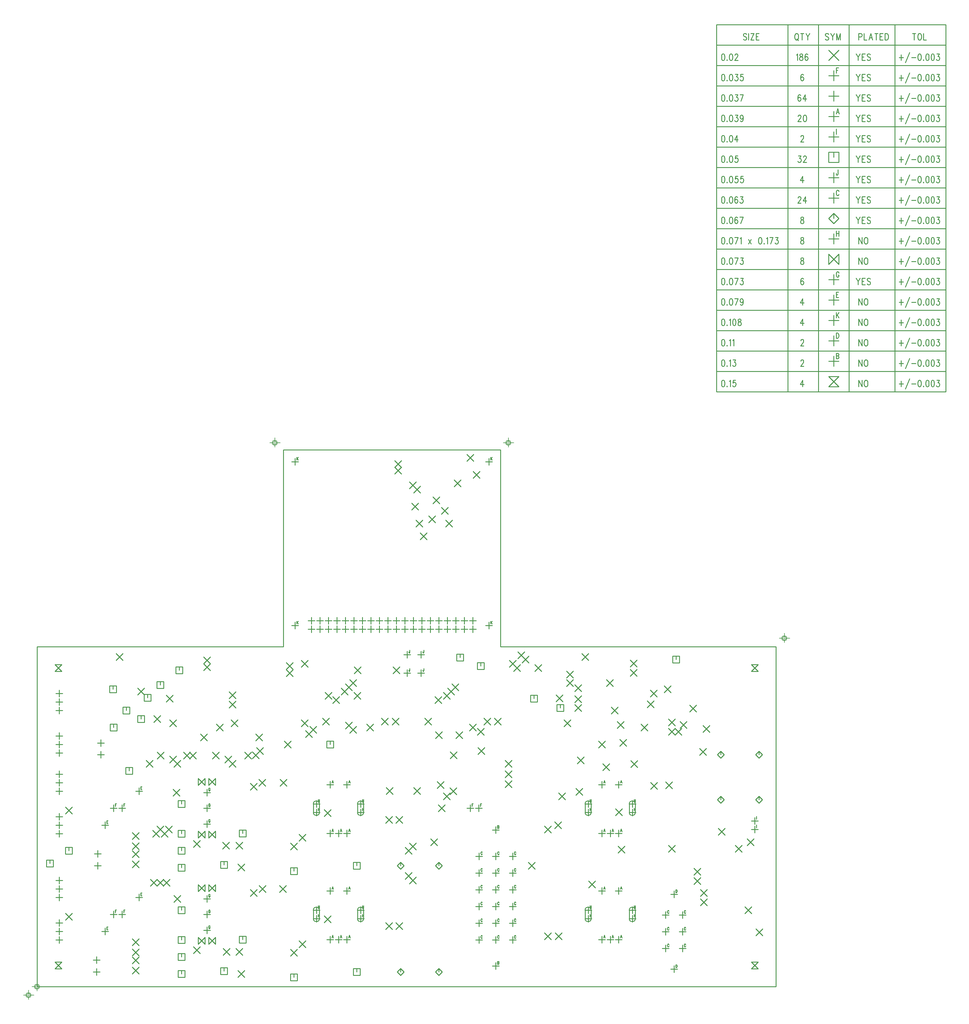
<source format=gbr>
*
*
G04 PADS VX.2.2 Build Number: 7607494 generated Gerber (RS-274-X) file*
G04 PC Version=2.1*
*
%IN "D3005H100_A.PCB"*%
*
%MOIN*%
*
%FSLAX35Y35*%
*
*
*
*
G04 PC Standard Apertures*
*
*
G04 Thermal Relief Aperture macro.*
%AMTER*
1,1,$1,0,0*
1,0,$1-$2,0,0*
21,0,$3,$4,0,0,45*
21,0,$3,$4,0,0,135*
%
*
*
G04 Annular Aperture macro.*
%AMANN*
1,1,$1,0,0*
1,0,$2,0,0*
%
*
*
G04 Odd Aperture macro.*
%AMODD*
1,1,$1,0,0*
1,0,$1-0.005,0,0*
%
*
*
G04 PC Custom Aperture Macros*
*
*
*
*
*
*
G04 PC Aperture Table*
*
%ADD010C,0.01*%
%ADD012C,0.005*%
%ADD059C,0.001*%
%ADD061C,0.007*%
*
*
*
*
G04 PC Circuitry*
G04 Layer Name D3005H100_A.PCB - circuitry*
%LPD*%
*
*
G04 PC Custom Flashes*
G04 Layer Name D3005H100_A.PCB - flashes*
%LPD*%
*
*
G04 PC Circuitry*
G04 Layer Name D3005H100_A.PCB - circuitry*
%LPD*%
*
G54D10*
G01X1797925Y1246303D02*
X1805925D01*
X1801925Y1242303D02*
Y1250303D01*
X1803925Y1251584D02*
Y1248303D01*
X1805516Y1251584D02*
Y1248303D01*
X1803925Y1250022D02*
X1805516D01*
X1797925Y1256503D02*
X1805925D01*
X1801925Y1252503D02*
Y1260503D01*
X1803925Y1261784D02*
Y1258503D01*
X1805516Y1261784D02*
Y1258503D01*
X1803925Y1260222D02*
X1805516D01*
X1798375Y1246303D02*
G75*
G03X1805475I3550J0D01*
G01Y1256503*
G03X1798375I-3550J0*
G01Y1246303*
X1849925Y1246275D02*
X1857925D01*
X1853925Y1242275D02*
Y1250275D01*
X1855925Y1251556D02*
Y1248275D01*
X1857516Y1251556D02*
Y1248275D01*
X1855925Y1249994D02*
X1857516D01*
X1849925Y1256475D02*
X1857925D01*
X1853925Y1252475D02*
Y1260475D01*
X1855925Y1261756D02*
Y1258475D01*
X1857516Y1261756D02*
Y1258475D01*
X1855925Y1260194D02*
X1857516D01*
X1850375Y1246275D02*
G03X1857475I3550J0D01*
G01Y1256475*
G03X1850375I-3550J0*
G01Y1246275*
X1797925Y1121303D02*
X1805925D01*
X1801925Y1117303D02*
Y1125303D01*
X1803925Y1126584D02*
Y1123303D01*
X1805516Y1126584D02*
Y1123303D01*
X1803925Y1125022D02*
X1805516D01*
X1797925Y1131503D02*
X1805925D01*
X1801925Y1127503D02*
Y1135503D01*
X1803925Y1136784D02*
Y1133503D01*
X1805516Y1136784D02*
Y1133503D01*
X1803925Y1135222D02*
X1805516D01*
X1798375Y1121303D02*
G03X1805475I3550J0D01*
G01Y1131503*
G03X1798375I-3550J0*
G01Y1121303*
X1849925Y1121275D02*
X1857925D01*
X1853925Y1117275D02*
Y1125275D01*
X1855925Y1126556D02*
Y1123275D01*
X1857516Y1126556D02*
Y1123275D01*
X1855925Y1124994D02*
X1857516D01*
X1849925Y1131475D02*
X1857925D01*
X1853925Y1127475D02*
Y1135475D01*
X1855925Y1136756D02*
Y1133475D01*
X1857516Y1136756D02*
Y1133475D01*
X1855925Y1135194D02*
X1857516D01*
X1850375Y1121275D02*
G03X1857475I3550J0D01*
G01Y1131475*
G03X1850375I-3550J0*
G01Y1121275*
X2117925Y1246303D02*
X2125925D01*
X2121925Y1242303D02*
Y1250303D01*
X2123925Y1251584D02*
Y1248303D01*
X2125516Y1251584D02*
Y1248303D01*
X2123925Y1250022D02*
X2125516D01*
X2117925Y1256503D02*
X2125925D01*
X2121925Y1252503D02*
Y1260503D01*
X2123925Y1261784D02*
Y1258503D01*
X2125516Y1261784D02*
Y1258503D01*
X2123925Y1260222D02*
X2125516D01*
X2118375Y1246303D02*
G03X2125475I3550J0D01*
G01Y1256503*
G03X2118375I-3550J0*
G01Y1246303*
X2169925Y1246275D02*
X2177925D01*
X2173925Y1242275D02*
Y1250275D01*
X2175925Y1251556D02*
Y1248275D01*
X2177516Y1251556D02*
Y1248275D01*
X2175925Y1249994D02*
X2177516D01*
X2169925Y1256475D02*
X2177925D01*
X2173925Y1252475D02*
Y1260475D01*
X2175925Y1261756D02*
Y1258475D01*
X2177516Y1261756D02*
Y1258475D01*
X2175925Y1260194D02*
X2177516D01*
X2170375Y1246275D02*
G03X2177475I3550J0D01*
G01Y1256475*
G03X2170375I-3550J0*
G01Y1246275*
X2117925Y1121303D02*
X2125925D01*
X2121925Y1117303D02*
Y1125303D01*
X2123925Y1126584D02*
Y1123303D01*
X2125516Y1126584D02*
Y1123303D01*
X2123925Y1125022D02*
X2125516D01*
X2117925Y1131503D02*
X2125925D01*
X2121925Y1127503D02*
Y1135503D01*
X2123925Y1136784D02*
Y1133503D01*
X2125516Y1136784D02*
Y1133503D01*
X2123925Y1135222D02*
X2125516D01*
X2118375Y1121303D02*
G03X2125475I3550J0D01*
G01Y1131503*
G03X2118375I-3550J0*
G01Y1121303*
X2169925Y1121275D02*
X2177925D01*
X2173925Y1117275D02*
Y1125275D01*
X2175925Y1126556D02*
Y1123275D01*
X2177516Y1126556D02*
Y1123275D01*
X2175925Y1124994D02*
X2177516D01*
X2169925Y1131475D02*
X2177925D01*
X2173925Y1127475D02*
Y1135475D01*
X2175925Y1136756D02*
Y1133475D01*
X2177516Y1136756D02*
Y1133475D01*
X2175925Y1135194D02*
X2177516D01*
X2170375Y1121275D02*
G03X2177475I3550J0D01*
G01Y1131475*
G03X2170375I-3550J0*
G01Y1121275*
X1540425Y1183875D02*
X1548425D01*
X1544425Y1179875D02*
Y1187875D01*
X1540425Y1197675D02*
X1548425D01*
X1544425Y1193675D02*
Y1201675D01*
X1538925Y1058875D02*
X1546925D01*
X1542925Y1054875D02*
Y1062875D01*
X1538925Y1072675D02*
X1546925D01*
X1542925Y1068675D02*
Y1076675D01*
X1543925Y1314375D02*
X1551925D01*
X1547925Y1310375D02*
Y1318375D01*
X1543925Y1328175D02*
X1551925D01*
X1547925Y1324175D02*
Y1332175D01*
X1981925Y1471975D02*
X1989925D01*
X1985925Y1467975D02*
Y1475975D01*
X1981925Y1461975D02*
X1989925D01*
X1985925Y1457975D02*
Y1465975D01*
X1971925Y1471975D02*
X1979925D01*
X1975925Y1467975D02*
Y1475975D01*
X1971925Y1461975D02*
X1979925D01*
X1975925Y1457975D02*
Y1465975D01*
X1961925Y1471975D02*
X1969925D01*
X1965925Y1467975D02*
Y1475975D01*
X1961925Y1461975D02*
X1969925D01*
X1965925Y1457975D02*
Y1465975D01*
X1951925Y1471975D02*
X1959925D01*
X1955925Y1467975D02*
Y1475975D01*
X1951925Y1461975D02*
X1959925D01*
X1955925Y1457975D02*
Y1465975D01*
X1941925Y1471975D02*
X1949925D01*
X1945925Y1467975D02*
Y1475975D01*
X1941925Y1461975D02*
X1949925D01*
X1945925Y1457975D02*
Y1465975D01*
X1931925Y1471975D02*
X1939925D01*
X1935925Y1467975D02*
Y1475975D01*
X1931925Y1461975D02*
X1939925D01*
X1935925Y1457975D02*
Y1465975D01*
X1921925Y1471975D02*
X1929925D01*
X1925925Y1467975D02*
Y1475975D01*
X1921925Y1461975D02*
X1929925D01*
X1925925Y1457975D02*
Y1465975D01*
X1911925Y1471975D02*
X1919925D01*
X1915925Y1467975D02*
Y1475975D01*
X1911925Y1461975D02*
X1919925D01*
X1915925Y1457975D02*
Y1465975D01*
X1901925Y1471975D02*
X1909925D01*
X1905925Y1467975D02*
Y1475975D01*
X1901925Y1461975D02*
X1909925D01*
X1905925Y1457975D02*
Y1465975D01*
X1891925Y1471975D02*
X1899925D01*
X1895925Y1467975D02*
Y1475975D01*
X1891925Y1461975D02*
X1899925D01*
X1895925Y1457975D02*
Y1465975D01*
X1881925Y1471975D02*
X1889925D01*
X1885925Y1467975D02*
Y1475975D01*
X1881925Y1461975D02*
X1889925D01*
X1885925Y1457975D02*
Y1465975D01*
X1871925Y1471975D02*
X1879925D01*
X1875925Y1467975D02*
Y1475975D01*
X1871925Y1461975D02*
X1879925D01*
X1875925Y1457975D02*
Y1465975D01*
X1861925Y1471975D02*
X1869925D01*
X1865925Y1467975D02*
Y1475975D01*
X1861925Y1461975D02*
X1869925D01*
X1865925Y1457975D02*
Y1465975D01*
X1851925Y1471975D02*
X1859925D01*
X1855925Y1467975D02*
Y1475975D01*
X1851925Y1461975D02*
X1859925D01*
X1855925Y1457975D02*
Y1465975D01*
X1841925Y1471975D02*
X1849925D01*
X1845925Y1467975D02*
Y1475975D01*
X1841925Y1461975D02*
X1849925D01*
X1845925Y1457975D02*
Y1465975D01*
X1831925Y1471975D02*
X1839925D01*
X1835925Y1467975D02*
Y1475975D01*
X1831925Y1461975D02*
X1839925D01*
X1835925Y1457975D02*
Y1465975D01*
X1821925Y1471975D02*
X1829925D01*
X1825925Y1467975D02*
Y1475975D01*
X1821925Y1461975D02*
X1829925D01*
X1825925Y1457975D02*
Y1465975D01*
X1811925Y1471975D02*
X1819925D01*
X1815925Y1467975D02*
Y1475975D01*
X1811925Y1461975D02*
X1819925D01*
X1815925Y1457975D02*
Y1465975D01*
X1801925Y1471975D02*
X1809925D01*
X1805925Y1467975D02*
Y1475975D01*
X1801925Y1461975D02*
X1809925D01*
X1805925Y1457975D02*
Y1465975D01*
X1791925Y1471975D02*
X1799925D01*
X1795925Y1467975D02*
Y1475975D01*
X1791925Y1461975D02*
X1799925D01*
X1795925Y1457975D02*
Y1465975D01*
X2028925Y1096375D02*
X2036925D01*
X2032925Y1092375D02*
Y1100375D01*
X2036630Y1100875D02*
X2036516Y1101188D01*
X2036516D02*
X2036289Y1101500D01*
X2036061Y1101656*
X2035607*
X2035380Y1101500*
X2035152Y1101188*
X2035152D02*
X2035039Y1100875D01*
X2034925Y1100406*
Y1099625*
X2035039Y1099156*
X2035152Y1098844*
X2035380Y1098531*
X2035607Y1098375*
X2036061*
X2036289Y1098531*
X2036516Y1098844*
X2036630Y1099156*
X2009225Y1096375D02*
X2017225D01*
X2013225Y1092375D02*
Y1100375D01*
X2016930Y1100875D02*
X2016816Y1101188D01*
X2016816D02*
X2016589Y1101500D01*
X2016361Y1101656*
X2015907*
X2015680Y1101500*
X2015452Y1101188*
X2015452D02*
X2015339Y1100875D01*
X2015225Y1100406*
Y1099625*
X2015339Y1099156*
X2015452Y1098844*
X2015680Y1098531*
X2015907Y1098375*
X2016361*
X2016589Y1098531*
X2016816Y1098844*
X2016930Y1099156*
X1989525Y1096375D02*
X1997525D01*
X1993525Y1092375D02*
Y1100375D01*
X1997230Y1100875D02*
X1997116Y1101188D01*
X1997116D02*
X1996889Y1101500D01*
X1996661Y1101656*
X1996207*
X1995980Y1101500*
X1995752Y1101188*
X1995752D02*
X1995639Y1100875D01*
X1995525Y1100406*
Y1099625*
X1995639Y1099156*
X1995752Y1098844*
X1995980Y1098531*
X1996207Y1098375*
X1996661*
X1996889Y1098531*
X1997116Y1098844*
X1997230Y1099156*
X2028925Y1116075D02*
X2036925D01*
X2032925Y1112075D02*
Y1120075D01*
X2036630Y1120575D02*
X2036516Y1120888D01*
X2036516D02*
X2036289Y1121200D01*
X2036061Y1121356*
X2035607*
X2035380Y1121200*
X2035152Y1120888*
X2035152D02*
X2035039Y1120575D01*
X2034925Y1120106*
Y1119325*
X2035039Y1118856*
X2035152Y1118544*
X2035380Y1118231*
X2035607Y1118075*
X2036061*
X2036289Y1118231*
X2036516Y1118544*
X2036630Y1118856*
X2009225Y1116075D02*
X2017225D01*
X2013225Y1112075D02*
Y1120075D01*
X2016930Y1120575D02*
X2016816Y1120888D01*
X2016816D02*
X2016589Y1121200D01*
X2016361Y1121356*
X2015907*
X2015680Y1121200*
X2015452Y1120888*
X2015452D02*
X2015339Y1120575D01*
X2015225Y1120106*
Y1119325*
X2015339Y1118856*
X2015452Y1118544*
X2015680Y1118231*
X2015907Y1118075*
X2016361*
X2016589Y1118231*
X2016816Y1118544*
X2016930Y1118856*
X1989525Y1116075D02*
X1997525D01*
X1993525Y1112075D02*
Y1120075D01*
X1997230Y1120575D02*
X1997116Y1120888D01*
X1997116D02*
X1996889Y1121200D01*
X1996661Y1121356*
X1996207*
X1995980Y1121200*
X1995752Y1120888*
X1995752D02*
X1995639Y1120575D01*
X1995525Y1120106*
Y1119325*
X1995639Y1118856*
X1995752Y1118544*
X1995980Y1118231*
X1996207Y1118075*
X1996661*
X1996889Y1118231*
X1997116Y1118544*
X1997230Y1118856*
X2028925Y1135775D02*
X2036925D01*
X2032925Y1131775D02*
Y1139775D01*
X2036630Y1140275D02*
X2036516Y1140588D01*
X2036516D02*
X2036289Y1140900D01*
X2036061Y1141056*
X2035607*
X2035380Y1140900*
X2035152Y1140588*
X2035152D02*
X2035039Y1140275D01*
X2034925Y1139806*
Y1139025*
X2035039Y1138556*
X2035152Y1138244*
X2035380Y1137931*
X2035607Y1137775*
X2036061*
X2036289Y1137931*
X2036516Y1138244*
X2036630Y1138556*
X2009225Y1135775D02*
X2017225D01*
X2013225Y1131775D02*
Y1139775D01*
X2016930Y1140275D02*
X2016816Y1140588D01*
X2016816D02*
X2016589Y1140900D01*
X2016361Y1141056*
X2015907*
X2015680Y1140900*
X2015452Y1140588*
X2015452D02*
X2015339Y1140275D01*
X2015225Y1139806*
Y1139025*
X2015339Y1138556*
X2015452Y1138244*
X2015680Y1137931*
X2015907Y1137775*
X2016361*
X2016589Y1137931*
X2016816Y1138244*
X2016930Y1138556*
X1989525Y1135775D02*
X1997525D01*
X1993525Y1131775D02*
Y1139775D01*
X1997230Y1140275D02*
X1997116Y1140588D01*
X1997116D02*
X1996889Y1140900D01*
X1996661Y1141056*
X1996207*
X1995980Y1140900*
X1995752Y1140588*
X1995752D02*
X1995639Y1140275D01*
X1995525Y1139806*
Y1139025*
X1995639Y1138556*
X1995752Y1138244*
X1995980Y1137931*
X1996207Y1137775*
X1996661*
X1996889Y1137931*
X1997116Y1138244*
X1997230Y1138556*
X2028925Y1155475D02*
X2036925D01*
X2032925Y1151475D02*
Y1159475D01*
X2036630Y1159975D02*
X2036516Y1160288D01*
X2036516D02*
X2036289Y1160600D01*
X2036061Y1160756*
X2035607*
X2035380Y1160600*
X2035152Y1160288*
X2035152D02*
X2035039Y1159975D01*
X2034925Y1159506*
Y1158725*
X2035039Y1158256*
X2035152Y1157944*
X2035380Y1157631*
X2035607Y1157475*
X2036061*
X2036289Y1157631*
X2036516Y1157944*
X2036630Y1158256*
X2009225Y1155475D02*
X2017225D01*
X2013225Y1151475D02*
Y1159475D01*
X2016930Y1159975D02*
X2016816Y1160288D01*
X2016816D02*
X2016589Y1160600D01*
X2016361Y1160756*
X2015907*
X2015680Y1160600*
X2015452Y1160288*
X2015452D02*
X2015339Y1159975D01*
X2015225Y1159506*
Y1158725*
X2015339Y1158256*
X2015452Y1157944*
X2015680Y1157631*
X2015907Y1157475*
X2016361*
X2016589Y1157631*
X2016816Y1157944*
X2016930Y1158256*
X1989525Y1155475D02*
X1997525D01*
X1993525Y1151475D02*
Y1159475D01*
X1997230Y1159975D02*
X1997116Y1160288D01*
X1997116D02*
X1996889Y1160600D01*
X1996661Y1160756*
X1996207*
X1995980Y1160600*
X1995752Y1160288*
X1995752D02*
X1995639Y1159975D01*
X1995525Y1159506*
Y1158725*
X1995639Y1158256*
X1995752Y1157944*
X1995980Y1157631*
X1996207Y1157475*
X1996661*
X1996889Y1157631*
X1997116Y1157944*
X1997230Y1158256*
X2028925Y1175175D02*
X2036925D01*
X2032925Y1171175D02*
Y1179175D01*
X2036630Y1179675D02*
X2036516Y1179988D01*
X2036516D02*
X2036289Y1180300D01*
X2036061Y1180456*
X2035607*
X2035380Y1180300*
X2035152Y1179988*
X2035152D02*
X2035039Y1179675D01*
X2034925Y1179206*
Y1178425*
X2035039Y1177956*
X2035152Y1177644*
X2035380Y1177331*
X2035607Y1177175*
X2036061*
X2036289Y1177331*
X2036516Y1177644*
X2036630Y1177956*
X2009225Y1175175D02*
X2017225D01*
X2013225Y1171175D02*
Y1179175D01*
X2016930Y1179675D02*
X2016816Y1179988D01*
X2016816D02*
X2016589Y1180300D01*
X2016361Y1180456*
X2015907*
X2015680Y1180300*
X2015452Y1179988*
X2015452D02*
X2015339Y1179675D01*
X2015225Y1179206*
Y1178425*
X2015339Y1177956*
X2015452Y1177644*
X2015680Y1177331*
X2015907Y1177175*
X2016361*
X2016589Y1177331*
X2016816Y1177644*
X2016930Y1177956*
X1989525Y1175175D02*
X1997525D01*
X1993525Y1171175D02*
Y1179175D01*
X1997230Y1179675D02*
X1997116Y1179988D01*
X1997116D02*
X1996889Y1180300D01*
X1996661Y1180456*
X1996207*
X1995980Y1180300*
X1995752Y1179988*
X1995752D02*
X1995639Y1179675D01*
X1995525Y1179206*
Y1178425*
X1995639Y1177956*
X1995752Y1177644*
X1995980Y1177331*
X1996207Y1177175*
X1996661*
X1996889Y1177331*
X1997116Y1177644*
X1997230Y1177956*
X2028925Y1194875D02*
X2036925D01*
X2032925Y1190875D02*
Y1198875D01*
X2036630Y1199375D02*
X2036516Y1199688D01*
X2036516D02*
X2036289Y1200000D01*
X2036061Y1200156*
X2035607*
X2035380Y1200000*
X2035152Y1199688*
X2035152D02*
X2035039Y1199375D01*
X2034925Y1198906*
Y1198125*
X2035039Y1197656*
X2035152Y1197344*
X2035380Y1197031*
X2035607Y1196875*
X2036061*
X2036289Y1197031*
X2036516Y1197344*
X2036630Y1197656*
X2009225Y1194875D02*
X2017225D01*
X2013225Y1190875D02*
Y1198875D01*
X2016930Y1199375D02*
X2016816Y1199688D01*
X2016816D02*
X2016589Y1200000D01*
X2016361Y1200156*
X2015907*
X2015680Y1200000*
X2015452Y1199688*
X2015452D02*
X2015339Y1199375D01*
X2015225Y1198906*
Y1198125*
X2015339Y1197656*
X2015452Y1197344*
X2015680Y1197031*
X2015907Y1196875*
X2016361*
X2016589Y1197031*
X2016816Y1197344*
X2016930Y1197656*
X1989525Y1194875D02*
X1997525D01*
X1993525Y1190875D02*
Y1198875D01*
X1997230Y1199375D02*
X1997116Y1199688D01*
X1997116D02*
X1996889Y1200000D01*
X1996661Y1200156*
X1996207*
X1995980Y1200000*
X1995752Y1199688*
X1995752D02*
X1995639Y1199375D01*
X1995525Y1198906*
Y1198125*
X1995639Y1197656*
X1995752Y1197344*
X1995980Y1197031*
X1996207Y1196875*
X1996661*
X1996889Y1197031*
X1997116Y1197344*
X1997230Y1197656*
X2009225Y1065875D02*
X2017225D01*
X2013225Y1061875D02*
Y1069875D01*
X2015225Y1071156D02*
Y1067875D01*
Y1071156D02*
X2016248D01*
X2016589Y1071000*
X2016702Y1070844*
X2016816Y1070531*
Y1070219*
X2016702Y1069906*
X2016589Y1069750*
X2016248Y1069594*
X2015225D02*
X2016248D01*
X2016589Y1069438*
X2016589D02*
X2016702Y1069281D01*
X2016816Y1068969*
Y1068500*
X2016702Y1068188*
X2016702D02*
X2016589Y1068031D01*
X2016248Y1067875*
X2015225*
X2009225Y1225675D02*
X2017225D01*
X2013225Y1221675D02*
Y1229675D01*
X2015225Y1230956D02*
Y1227675D01*
Y1230956D02*
X2016248D01*
X2016589Y1230800*
X2016702Y1230644*
X2016816Y1230331*
Y1230019*
X2016702Y1229706*
X2016589Y1229550*
X2016248Y1229394*
X2015225D02*
X2016248D01*
X2016589Y1229238*
X2016589D02*
X2016702Y1229081D01*
X2016816Y1228769*
Y1228300*
X2016702Y1227988*
X2016702D02*
X2016589Y1227831D01*
X2016248Y1227675*
X2015225*
X2228925Y1086375D02*
X2236925D01*
X2232925Y1082375D02*
Y1090375D01*
X2236630Y1090875D02*
X2236516Y1091188D01*
X2236516D02*
X2236289Y1091500D01*
X2236061Y1091656*
X2235607*
X2235380Y1091500*
X2235152Y1091188*
X2235152D02*
X2235039Y1090875D01*
X2234925Y1090406*
Y1089625*
X2235039Y1089156*
X2235152Y1088844*
X2235380Y1088531*
X2235607Y1088375*
X2236061*
X2236289Y1088531*
X2236516Y1088844*
X2236630Y1089156*
X2209225Y1086375D02*
X2217225D01*
X2213225Y1082375D02*
Y1090375D01*
X2216930Y1090875D02*
X2216816Y1091188D01*
X2216816D02*
X2216589Y1091500D01*
X2216361Y1091656*
X2215907*
X2215680Y1091500*
X2215452Y1091188*
X2215452D02*
X2215339Y1090875D01*
X2215225Y1090406*
Y1089625*
X2215339Y1089156*
X2215452Y1088844*
X2215680Y1088531*
X2215907Y1088375*
X2216361*
X2216589Y1088531*
X2216816Y1088844*
X2216930Y1089156*
X2228925Y1106075D02*
X2236925D01*
X2232925Y1102075D02*
Y1110075D01*
X2236630Y1110575D02*
X2236516Y1110888D01*
X2236516D02*
X2236289Y1111200D01*
X2236061Y1111356*
X2235607*
X2235380Y1111200*
X2235152Y1110888*
X2235152D02*
X2235039Y1110575D01*
X2234925Y1110106*
Y1109325*
X2235039Y1108856*
X2235152Y1108544*
X2235380Y1108231*
X2235607Y1108075*
X2236061*
X2236289Y1108231*
X2236516Y1108544*
X2236630Y1108856*
X2209225Y1106075D02*
X2217225D01*
X2213225Y1102075D02*
Y1110075D01*
X2216930Y1110575D02*
X2216816Y1110888D01*
X2216816D02*
X2216589Y1111200D01*
X2216361Y1111356*
X2215907*
X2215680Y1111200*
X2215452Y1110888*
X2215452D02*
X2215339Y1110575D01*
X2215225Y1110106*
Y1109325*
X2215339Y1108856*
X2215452Y1108544*
X2215680Y1108231*
X2215907Y1108075*
X2216361*
X2216589Y1108231*
X2216816Y1108544*
X2216930Y1108856*
X2228925Y1125775D02*
X2236925D01*
X2232925Y1121775D02*
Y1129775D01*
X2236630Y1130275D02*
X2236516Y1130588D01*
X2236516D02*
X2236289Y1130900D01*
X2236061Y1131056*
X2235607*
X2235380Y1130900*
X2235152Y1130588*
X2235152D02*
X2235039Y1130275D01*
X2234925Y1129806*
Y1129025*
X2235039Y1128556*
X2235152Y1128244*
X2235380Y1127931*
X2235607Y1127775*
X2236061*
X2236289Y1127931*
X2236516Y1128244*
X2236630Y1128556*
X2209225Y1125775D02*
X2217225D01*
X2213225Y1121775D02*
Y1129775D01*
X2216930Y1130275D02*
X2216816Y1130588D01*
X2216816D02*
X2216589Y1130900D01*
X2216361Y1131056*
X2215907*
X2215680Y1130900*
X2215452Y1130588*
X2215452D02*
X2215339Y1130275D01*
X2215225Y1129806*
Y1129025*
X2215339Y1128556*
X2215452Y1128244*
X2215680Y1127931*
X2215907Y1127775*
X2216361*
X2216589Y1127931*
X2216816Y1128244*
X2216930Y1128556*
X2219075Y1061975D02*
X2227075D01*
X2223075Y1057975D02*
Y1065975D01*
X2225075Y1067256D02*
Y1063975D01*
Y1067256D02*
X2225870D01*
X2226211Y1067100*
X2226439Y1066788*
X2226439D02*
X2226552Y1066475D01*
X2226666Y1066006*
Y1065225*
X2226552Y1064756*
X2226439Y1064444*
X2226211Y1064131*
X2225870Y1063975*
X2225075*
X2219075Y1150175D02*
X2227075D01*
X2223075Y1146175D02*
Y1154175D01*
X2225075Y1155456D02*
Y1152175D01*
Y1155456D02*
X2225870D01*
X2226211Y1155300*
X2226439Y1154988*
X2226439D02*
X2226552Y1154675D01*
X2226666Y1154206*
Y1153425*
X2226552Y1152956*
X2226439Y1152644*
X2226211Y1152331*
X2225870Y1152175*
X2225075*
X2313925Y1236375D02*
X2321925D01*
X2317925Y1232375D02*
Y1240375D01*
X2319925Y1241656D02*
Y1238375D01*
X2313925Y1226375D02*
X2321925D01*
X2317925Y1222375D02*
Y1230375D01*
X2319925Y1231656D02*
Y1228375D01*
X1921175Y1432225D02*
X1929175D01*
X1925175Y1428225D02*
Y1436225D01*
X1928311Y1437506D02*
Y1435006D01*
X1928198Y1434538*
X1928198D02*
X1928084Y1434381D01*
X1927857Y1434225*
X1927630*
X1927402Y1434381*
X1927289Y1434538*
X1927289D02*
X1927175Y1435006D01*
Y1435319*
X1921175Y1410525D02*
X1929175D01*
X1925175Y1406525D02*
Y1414525D01*
X1928311Y1415806D02*
Y1413306D01*
X1928198Y1412838*
X1928198D02*
X1928084Y1412681D01*
X1927857Y1412525*
X1927630*
X1927402Y1412681*
X1927289Y1412838*
X1927289D02*
X1927175Y1413306D01*
Y1413619*
X1904675Y1432225D02*
X1912675D01*
X1908675Y1428225D02*
Y1436225D01*
X1911811Y1437506D02*
Y1435006D01*
X1911698Y1434538*
X1911698D02*
X1911584Y1434381D01*
X1911357Y1434225*
X1911130*
X1910902Y1434381*
X1910789Y1434538*
X1910789D02*
X1910675Y1435006D01*
Y1435319*
X1904675Y1410525D02*
X1912675D01*
X1908675Y1406525D02*
Y1414525D01*
X1911811Y1415806D02*
Y1413306D01*
X1911698Y1412838*
X1911698D02*
X1911584Y1412681D01*
X1911357Y1412525*
X1911130*
X1910902Y1412681*
X1910789Y1412838*
X1910789D02*
X1910675Y1413306D01*
Y1413619*
X1558925Y1251375D02*
X1566925D01*
X1562925Y1247375D02*
Y1255375D01*
X1564925Y1256656D02*
Y1253375D01*
Y1256656D02*
X1566402D01*
X1564925Y1255094D02*
X1565834D01*
X1568925Y1251375D02*
X1576925D01*
X1572925Y1247375D02*
Y1255375D01*
X1574925Y1256656D02*
Y1253375D01*
Y1256656D02*
X1576402D01*
X1574925Y1255094D02*
X1575834D01*
X1588925Y1271375D02*
X1596925D01*
X1592925Y1267375D02*
Y1275375D01*
X1594925Y1276656D02*
Y1273375D01*
Y1276656D02*
X1596402D01*
X1594925Y1275094D02*
X1595834D01*
X1594925Y1273375D02*
X1596402D01*
X1548925Y1231375D02*
X1556925D01*
X1552925Y1227375D02*
Y1235375D01*
X1554925Y1236656D02*
Y1233375D01*
Y1236656D02*
X1556402D01*
X1554925Y1235094D02*
X1555834D01*
X1554925Y1233375D02*
X1556402D01*
X1558925Y1126375D02*
X1566925D01*
X1562925Y1122375D02*
Y1130375D01*
X1564925Y1131656D02*
Y1128375D01*
Y1131656D02*
X1566402D01*
X1564925Y1130094D02*
X1565834D01*
X1568925Y1126375D02*
X1576925D01*
X1572925Y1122375D02*
Y1130375D01*
X1574925Y1131656D02*
Y1128375D01*
Y1131656D02*
X1576402D01*
X1574925Y1130094D02*
X1575834D01*
X1588925Y1146375D02*
X1596925D01*
X1592925Y1142375D02*
Y1150375D01*
X1594925Y1151656D02*
Y1148375D01*
Y1151656D02*
X1596402D01*
X1594925Y1150094D02*
X1595834D01*
X1594925Y1148375D02*
X1596402D01*
X1548925Y1106375D02*
X1556925D01*
X1552925Y1102375D02*
Y1110375D01*
X1554925Y1111656D02*
Y1108375D01*
Y1111656D02*
X1556402D01*
X1554925Y1110094D02*
X1555834D01*
X1554925Y1108375D02*
X1556402D01*
X1494925Y1221375D02*
X1502925D01*
X1498925Y1217375D02*
Y1225375D01*
X1494925Y1231375D02*
X1502925D01*
X1498925Y1227375D02*
Y1235375D01*
X1494925Y1241375D02*
X1502925D01*
X1498925Y1237375D02*
Y1245375D01*
X1494925Y1271375D02*
X1502925D01*
X1498925Y1267375D02*
Y1275375D01*
X1494925Y1281375D02*
X1502925D01*
X1498925Y1277375D02*
Y1285375D01*
X1494925Y1291375D02*
X1502925D01*
X1498925Y1287375D02*
Y1295375D01*
X1494925Y1096375D02*
X1502925D01*
X1498925Y1092375D02*
Y1100375D01*
X1494925Y1106375D02*
X1502925D01*
X1498925Y1102375D02*
Y1110375D01*
X1494925Y1116375D02*
X1502925D01*
X1498925Y1112375D02*
Y1120375D01*
X1494925Y1146375D02*
X1502925D01*
X1498925Y1142375D02*
Y1150375D01*
X1494925Y1156375D02*
X1502925D01*
X1498925Y1152375D02*
Y1160375D01*
X1494925Y1166375D02*
X1502925D01*
X1498925Y1162375D02*
Y1170375D01*
X1494925Y1316375D02*
X1502925D01*
X1498925Y1312375D02*
Y1320375D01*
X1494925Y1326375D02*
X1502925D01*
X1498925Y1322375D02*
Y1330375D01*
X1494925Y1336375D02*
X1502925D01*
X1498925Y1332375D02*
Y1340375D01*
X1494925Y1366375D02*
X1502925D01*
X1498925Y1362375D02*
Y1370375D01*
X1494925Y1376375D02*
X1502925D01*
X1498925Y1372375D02*
Y1380375D01*
X1494925Y1386375D02*
X1502925D01*
X1498925Y1382375D02*
Y1390375D01*
X1988925Y1251375D02*
X1996925D01*
X1992925Y1247375D02*
Y1255375D01*
X1994925Y1256656D02*
Y1253375D01*
Y1256656D02*
X1996402D01*
X1994925Y1255094D02*
X1995834D01*
X1978925Y1251375D02*
X1986925D01*
X1982925Y1247375D02*
Y1255375D01*
X1984925Y1256656D02*
Y1253375D01*
Y1256656D02*
X1986402D01*
X1984925Y1255094D02*
X1985834D01*
X1814075Y1221875D02*
X1822075D01*
X1818075Y1217875D02*
Y1225875D01*
X1820984Y1227156D02*
X1820075Y1223875D01*
X1820984Y1227156D02*
X1821893Y1223875D01*
X1820416Y1224969D02*
X1821552D01*
X1823925Y1221875D02*
X1831925D01*
X1827925Y1217875D02*
Y1225875D01*
X1830834Y1227156D02*
X1829925Y1223875D01*
X1830834Y1227156D02*
X1831743Y1223875D01*
X1830266Y1224969D02*
X1831402D01*
X1833775Y1221875D02*
X1841775D01*
X1837775Y1217875D02*
Y1225875D01*
X1840684Y1227156D02*
X1839775Y1223875D01*
X1840684Y1227156D02*
X1841593Y1223875D01*
X1840116Y1224969D02*
X1841252D01*
X1833775Y1278975D02*
X1841775D01*
X1837775Y1274975D02*
Y1282975D01*
X1840684Y1284256D02*
X1839775Y1280975D01*
X1840684Y1284256D02*
X1841593Y1280975D01*
X1840116Y1282069D02*
X1841252D01*
X1814075Y1278975D02*
X1822075D01*
X1818075Y1274975D02*
Y1282975D01*
X1820984Y1284256D02*
X1820075Y1280975D01*
X1820984Y1284256D02*
X1821893Y1280975D01*
X1820416Y1282069D02*
X1821552D01*
X1814075Y1096875D02*
X1822075D01*
X1818075Y1092875D02*
Y1100875D01*
X1820984Y1102156D02*
X1820075Y1098875D01*
X1820984Y1102156D02*
X1821893Y1098875D01*
X1820416Y1099969D02*
X1821552D01*
X1823925Y1096875D02*
X1831925D01*
X1827925Y1092875D02*
Y1100875D01*
X1830834Y1102156D02*
X1829925Y1098875D01*
X1830834Y1102156D02*
X1831743Y1098875D01*
X1830266Y1099969D02*
X1831402D01*
X1833775Y1096875D02*
X1841775D01*
X1837775Y1092875D02*
Y1100875D01*
X1840684Y1102156D02*
X1839775Y1098875D01*
X1840684Y1102156D02*
X1841593Y1098875D01*
X1840116Y1099969D02*
X1841252D01*
X1833775Y1153975D02*
X1841775D01*
X1837775Y1149975D02*
Y1157975D01*
X1840684Y1159256D02*
X1839775Y1155975D01*
X1840684Y1159256D02*
X1841593Y1155975D01*
X1840116Y1157069D02*
X1841252D01*
X1814075Y1153975D02*
X1822075D01*
X1818075Y1149975D02*
Y1157975D01*
X1820984Y1159256D02*
X1820075Y1155975D01*
X1820984Y1159256D02*
X1821893Y1155975D01*
X1820416Y1157069D02*
X1821552D01*
X2134075Y1221875D02*
X2142075D01*
X2138075Y1217875D02*
Y1225875D01*
X2140984Y1227156D02*
X2140075Y1223875D01*
X2140984Y1227156D02*
X2141893Y1223875D01*
X2140416Y1224969D02*
X2141552D01*
X2143925Y1221875D02*
X2151925D01*
X2147925Y1217875D02*
Y1225875D01*
X2150834Y1227156D02*
X2149925Y1223875D01*
X2150834Y1227156D02*
X2151743Y1223875D01*
X2150266Y1224969D02*
X2151402D01*
X2153775Y1221875D02*
X2161775D01*
X2157775Y1217875D02*
Y1225875D01*
X2160684Y1227156D02*
X2159775Y1223875D01*
X2160684Y1227156D02*
X2161593Y1223875D01*
X2160116Y1224969D02*
X2161252D01*
X2153775Y1278975D02*
X2161775D01*
X2157775Y1274975D02*
Y1282975D01*
X2160684Y1284256D02*
X2159775Y1280975D01*
X2160684Y1284256D02*
X2161593Y1280975D01*
X2160116Y1282069D02*
X2161252D01*
X2134075Y1278975D02*
X2142075D01*
X2138075Y1274975D02*
Y1282975D01*
X2140984Y1284256D02*
X2140075Y1280975D01*
X2140984Y1284256D02*
X2141893Y1280975D01*
X2140416Y1282069D02*
X2141552D01*
X2134075Y1096875D02*
X2142075D01*
X2138075Y1092875D02*
Y1100875D01*
X2140984Y1102156D02*
X2140075Y1098875D01*
X2140984Y1102156D02*
X2141893Y1098875D01*
X2140416Y1099969D02*
X2141552D01*
X2143925Y1096875D02*
X2151925D01*
X2147925Y1092875D02*
Y1100875D01*
X2150834Y1102156D02*
X2149925Y1098875D01*
X2150834Y1102156D02*
X2151743Y1098875D01*
X2150266Y1099969D02*
X2151402D01*
X2153775Y1096875D02*
X2161775D01*
X2157775Y1092875D02*
Y1100875D01*
X2160684Y1102156D02*
X2159775Y1098875D01*
X2160684Y1102156D02*
X2161593Y1098875D01*
X2160116Y1099969D02*
X2161252D01*
X2153775Y1153975D02*
X2161775D01*
X2157775Y1149975D02*
Y1157975D01*
X2160684Y1159256D02*
X2159775Y1155975D01*
X2160684Y1159256D02*
X2161593Y1155975D01*
X2160116Y1157069D02*
X2161252D01*
X2134075Y1153975D02*
X2142075D01*
X2138075Y1149975D02*
Y1157975D01*
X2140984Y1159256D02*
X2140075Y1155975D01*
X2140984Y1159256D02*
X2141893Y1155975D01*
X2140416Y1157069D02*
X2141552D01*
X1668925Y1232875D02*
X1676925D01*
X1672925Y1228875D02*
Y1236875D01*
X1676630Y1237375D02*
X1676516Y1237688D01*
X1676516D02*
X1676289Y1238000D01*
X1676061Y1238156*
X1675607*
X1675380Y1238000*
X1675152Y1237688*
X1675152D02*
X1675039Y1237375D01*
X1674925Y1236906*
Y1236125*
X1675039Y1235656*
X1675152Y1235344*
X1675380Y1235031*
X1675607Y1234875*
X1676061*
X1676289Y1235031*
X1676516Y1235344*
X1676630Y1235656*
Y1236125*
X1676061D02*
X1676630D01*
X1668925Y1251375D02*
X1676925D01*
X1672925Y1247375D02*
Y1255375D01*
X1676630Y1255875D02*
X1676516Y1256188D01*
X1676516D02*
X1676289Y1256500D01*
X1676061Y1256656*
X1675607*
X1675380Y1256500*
X1675152Y1256188*
X1675152D02*
X1675039Y1255875D01*
X1674925Y1255406*
Y1254625*
X1675039Y1254156*
X1675152Y1253844*
X1675380Y1253531*
X1675607Y1253375*
X1676061*
X1676289Y1253531*
X1676516Y1253844*
X1676630Y1254156*
Y1254625*
X1676061D02*
X1676630D01*
X1668925Y1269875D02*
X1676925D01*
X1672925Y1265875D02*
Y1273875D01*
X1676630Y1274375D02*
X1676516Y1274688D01*
X1676516D02*
X1676289Y1275000D01*
X1676061Y1275156*
X1675607*
X1675380Y1275000*
X1675152Y1274688*
X1675152D02*
X1675039Y1274375D01*
X1674925Y1273906*
Y1273125*
X1675039Y1272656*
X1675152Y1272344*
X1675380Y1272031*
X1675607Y1271875*
X1676061*
X1676289Y1272031*
X1676516Y1272344*
X1676630Y1272656*
Y1273125*
X1676061D02*
X1676630D01*
X1662675Y1278375D02*
X1670675Y1286375D01*
Y1278375*
X1662675Y1286375*
Y1278375*
X1675175D02*
X1683175Y1286375D01*
Y1278375*
X1675175Y1286375*
Y1278375*
X1662675Y1216375D02*
X1670675Y1224375D01*
Y1216375*
X1662675Y1224375*
Y1216375*
X1675175D02*
X1683175Y1224375D01*
Y1216375*
X1675175Y1224375*
Y1216375*
X1668925Y1107875D02*
X1676925D01*
X1672925Y1103875D02*
Y1111875D01*
X1676630Y1112375D02*
X1676516Y1112688D01*
X1676516D02*
X1676289Y1113000D01*
X1676061Y1113156*
X1675607*
X1675380Y1113000*
X1675152Y1112688*
X1675152D02*
X1675039Y1112375D01*
X1674925Y1111906*
Y1111125*
X1675039Y1110656*
X1675152Y1110344*
X1675380Y1110031*
X1675607Y1109875*
X1676061*
X1676289Y1110031*
X1676516Y1110344*
X1676630Y1110656*
Y1111125*
X1676061D02*
X1676630D01*
X1668925Y1126375D02*
X1676925D01*
X1672925Y1122375D02*
Y1130375D01*
X1676630Y1130875D02*
X1676516Y1131188D01*
X1676516D02*
X1676289Y1131500D01*
X1676061Y1131656*
X1675607*
X1675380Y1131500*
X1675152Y1131188*
X1675152D02*
X1675039Y1130875D01*
X1674925Y1130406*
Y1129625*
X1675039Y1129156*
X1675152Y1128844*
X1675380Y1128531*
X1675607Y1128375*
X1676061*
X1676289Y1128531*
X1676516Y1128844*
X1676630Y1129156*
Y1129625*
X1676061D02*
X1676630D01*
X1668925Y1144875D02*
X1676925D01*
X1672925Y1140875D02*
Y1148875D01*
X1676630Y1149375D02*
X1676516Y1149688D01*
X1676516D02*
X1676289Y1150000D01*
X1676061Y1150156*
X1675607*
X1675380Y1150000*
X1675152Y1149688*
X1675152D02*
X1675039Y1149375D01*
X1674925Y1148906*
Y1148125*
X1675039Y1147656*
X1675152Y1147344*
X1675380Y1147031*
X1675607Y1146875*
X1676061*
X1676289Y1147031*
X1676516Y1147344*
X1676630Y1147656*
Y1148125*
X1676061D02*
X1676630D01*
X1662675Y1153375D02*
X1670675Y1161375D01*
Y1153375*
X1662675Y1161375*
Y1153375*
X1675175D02*
X1683175Y1161375D01*
Y1153375*
X1675175Y1161375*
Y1153375*
X1662675Y1091375D02*
X1670675Y1099375D01*
Y1091375*
X1662675Y1099375*
Y1091375*
X1675175D02*
X1683175Y1099375D01*
Y1091375*
X1675175Y1099375*
Y1091375*
X2322925Y1310375D02*
X2326925Y1314375D01*
X2322925Y1318375*
X2318925Y1314375*
X2322925Y1310375*
Y1314375D02*
Y1318375D01*
X2277925Y1310375D02*
X2281925Y1314375D01*
X2277925Y1318375*
X2273925Y1314375*
X2277925Y1310375*
Y1314375D02*
Y1318375D01*
X2322925Y1257375D02*
X2326925Y1261375D01*
X2322925Y1265375*
X2318925Y1261375*
X2322925Y1257375*
Y1261375D02*
Y1265375D01*
X2277925Y1257375D02*
X2281925Y1261375D01*
X2277925Y1265375*
X2273925Y1261375*
X2277925Y1257375*
Y1261375D02*
Y1265375D01*
X1945925Y1179875D02*
X1949925Y1183875D01*
X1945925Y1187875*
X1941925Y1183875*
X1945925Y1179875*
Y1183875D02*
Y1187875D01*
X1900925Y1179875D02*
X1904925Y1183875D01*
X1900925Y1187875*
X1896925Y1183875*
X1900925Y1179875*
Y1183875D02*
Y1187875D01*
X1945925Y1054875D02*
X1949925Y1058875D01*
X1945925Y1062875*
X1941925Y1058875*
X1945925Y1054875*
Y1058875D02*
Y1062875D01*
X1900925Y1054875D02*
X1904925Y1058875D01*
X1900925Y1062875*
X1896925Y1058875*
X1900925Y1054875*
Y1058875D02*
Y1062875D01*
X2221425Y1422375D02*
X2229425D01*
Y1430375*
X2221425*
Y1422375*
X2225425Y1426375D02*
Y1430375D01*
X1771425Y1048375D02*
X1779425D01*
Y1056375*
X1771425*
Y1048375*
X1775425Y1052375D02*
Y1056375D01*
X1688925Y1055875D02*
X1696925D01*
Y1063875*
X1688925*
Y1055875*
X1692925Y1059875D02*
Y1063875D01*
X1483925Y1182375D02*
X1491925D01*
Y1190375*
X1483925*
Y1182375*
X1487925Y1186375D02*
Y1190375D01*
X1577425Y1291375D02*
X1585425D01*
Y1299375*
X1577425*
Y1291375*
X1581425Y1295375D02*
Y1299375D01*
X1573925Y1362375D02*
X1581925D01*
Y1370375*
X1573925*
Y1362375*
X1577925Y1366375D02*
Y1370375D01*
X1558425Y1387375D02*
X1566425D01*
Y1395375*
X1558425*
Y1387375*
X1562425Y1391375D02*
Y1395375D01*
X1710925Y1217875D02*
X1718925D01*
Y1225875*
X1710925*
Y1217875*
X1714925Y1221875D02*
Y1225875D01*
X1845425Y1179875D02*
X1853425D01*
Y1187875*
X1845425*
Y1179875*
X1849425Y1183875D02*
Y1187875D01*
X1710925Y1092875D02*
X1718925D01*
Y1100875*
X1710925*
Y1092875*
X1714925Y1096875D02*
Y1100875D01*
X1845425Y1054875D02*
X1853425D01*
Y1062875*
X1845425*
Y1054875*
X1849425Y1058875D02*
Y1062875D01*
X1636425Y1409875D02*
X1644425D01*
Y1417875*
X1636425*
Y1409875*
X1640425Y1413875D02*
Y1417875D01*
X1638925Y1252375D02*
X1646925D01*
Y1260375*
X1638925*
Y1252375*
X1642925Y1256375D02*
Y1260375D01*
X1638925Y1127375D02*
X1646925D01*
Y1135375*
X1638925*
Y1127375*
X1642925Y1131375D02*
Y1135375D01*
X1966925Y1424875D02*
X1974925D01*
Y1432875*
X1966925*
Y1424875*
X1970925Y1428875D02*
Y1432875D01*
X1813925Y1322375D02*
X1821925D01*
Y1330375*
X1813925*
Y1322375*
X1817925Y1326375D02*
Y1330375D01*
X1598925Y1377375D02*
X1606925D01*
Y1385375*
X1598925*
Y1377375*
X1602925Y1381375D02*
Y1385375D01*
X1613925Y1392375D02*
X1621925D01*
Y1400375*
X1613925*
Y1392375*
X1617925Y1396375D02*
Y1400375D01*
X1638925Y1217375D02*
X1646925D01*
Y1225375*
X1638925*
Y1217375*
X1642925Y1221375D02*
Y1225375D01*
X1638925Y1197375D02*
X1646925D01*
Y1205375*
X1638925*
Y1197375*
X1642925Y1201375D02*
Y1205375D01*
X1638925Y1177375D02*
X1646925D01*
Y1185375*
X1638925*
Y1177375*
X1642925Y1181375D02*
Y1185375D01*
X1638925Y1092375D02*
X1646925D01*
Y1100375*
X1638925*
Y1092375*
X1642925Y1096375D02*
Y1100375D01*
X2084925Y1365375D02*
X2092925D01*
Y1373375*
X2084925*
Y1365375*
X2088925Y1369375D02*
Y1373375D01*
X1638925Y1072375D02*
X1646925D01*
Y1080375*
X1638925*
Y1072375*
X1642925Y1076375D02*
Y1080375D01*
X1638925Y1052375D02*
X1646925D01*
Y1060375*
X1638925*
Y1052375*
X1642925Y1056375D02*
Y1060375D01*
X2053925Y1376375D02*
X2061925D01*
Y1384375*
X2053925*
Y1376375*
X2057925Y1380375D02*
Y1384375D01*
X1591425Y1352375D02*
X1599425D01*
Y1360375*
X1591425*
Y1352375*
X1595425Y1356375D02*
Y1360375D01*
X1558925Y1342375D02*
X1566925D01*
Y1350375*
X1558925*
Y1342375*
X1562925Y1346375D02*
Y1350375D01*
X1771425Y1173375D02*
X1779425D01*
Y1181375*
X1771425*
Y1173375*
X1775425Y1177375D02*
Y1181375D01*
X1688925Y1180875D02*
X1696925D01*
Y1188875*
X1688925*
Y1180875*
X1692925Y1184875D02*
Y1188875D01*
X1506425Y1197375D02*
X1514425D01*
Y1205375*
X1506425*
Y1197375*
X1510425Y1201375D02*
Y1205375D01*
X1493925Y1062375D02*
X1501925D01*
X1493925Y1070375*
X1501925*
X1493925Y1062375*
Y1412375D02*
X1501925D01*
X1493925Y1420375*
X1501925*
X1493925Y1412375*
X2313925Y1062375D02*
X2321925D01*
X2313925Y1070375*
X2321925*
X2313925Y1062375*
Y1412375D02*
X2321925D01*
X2313925Y1420375*
X2321925*
X2313925Y1412375*
X1772725Y1466275D02*
X1780725D01*
X1776725Y1462275D02*
Y1470275D01*
X1778725Y1471556D02*
Y1468275D01*
X1780316Y1471556D02*
X1778725Y1469369D01*
X1779293Y1470150D02*
X1780316Y1468275D01*
X1772725Y1659175D02*
X1780725D01*
X1776725Y1655175D02*
Y1663175D01*
X1778725Y1664456D02*
Y1661175D01*
X1780316Y1664456D02*
X1778725Y1662269D01*
X1779293Y1663050D02*
X1780316Y1661175D01*
X2001025Y1466275D02*
X2009025D01*
X2005025Y1462275D02*
Y1470275D01*
X2007025Y1471556D02*
Y1468275D01*
X2008616Y1471556D02*
X2007025Y1469369D01*
X2007593Y1470150D02*
X2008616Y1468275D01*
X2001025Y1659175D02*
X2009025D01*
X2005025Y1655175D02*
Y1663175D01*
X2007025Y1664456D02*
Y1661175D01*
X2008616Y1664456D02*
X2007025Y1662269D01*
X2007593Y1663050D02*
X2008616Y1661175D01*
X1991425Y1414875D02*
X1999425D01*
Y1422875*
X1991425*
Y1414875*
X1995425Y1418875D02*
Y1422875D01*
X1584925Y1056375D02*
X1592925Y1064375D01*
X1584925D02*
X1592925Y1056375D01*
X1709425Y1052375D02*
X1717425Y1060375D01*
X1709425D02*
X1717425Y1052375D01*
X1584925Y1077875D02*
X1592925Y1085875D01*
X1584925D02*
X1592925Y1077875D01*
X1584925Y1068375D02*
X1592925Y1076375D01*
X1584925D02*
X1592925Y1068375D01*
X1584925Y1089875D02*
X1592925Y1097875D01*
X1584925D02*
X1592925Y1089875D01*
X1656925Y1080375D02*
X1664925Y1088375D01*
X1656925D02*
X1664925Y1080375D01*
X1691925Y1078375D02*
X1699925Y1086375D01*
X1691925D02*
X1699925Y1078375D01*
X1706925D02*
X1714925Y1086375D01*
X1706925D02*
X1714925Y1078375D01*
X1771425Y1077375D02*
X1779425Y1085375D01*
X1771425D02*
X1779425Y1077375D01*
X1781425Y1087375D02*
X1789425Y1095375D01*
X1781425D02*
X1789425Y1087375D01*
X2070425Y1096875D02*
X2078425Y1104875D01*
X2070425D02*
X2078425Y1096875D01*
X2082925D02*
X2090925Y1104875D01*
X2082925D02*
X2090925Y1096875D01*
X1506425Y1119875D02*
X1514425Y1127875D01*
X1506425D02*
X1514425Y1119875D01*
X1810925Y1116875D02*
X1818925Y1124875D01*
X1810925D02*
X1818925Y1116875D01*
X1895425Y1108875D02*
X1903425Y1116875D01*
X1895425D02*
X1903425Y1108875D01*
X1883425D02*
X1891425Y1116875D01*
X1883425D02*
X1891425Y1108875D01*
X2253925Y1136875D02*
X2261925Y1144875D01*
X2253925D02*
X2261925Y1136875D01*
X2306425Y1127375D02*
X2314425Y1135375D01*
X2306425D02*
X2314425Y1127375D01*
X2319425Y1101375D02*
X2327425Y1109375D01*
X2319425D02*
X2327425Y1101375D01*
X1613925Y1159875D02*
X1621925Y1167875D01*
X1613925D02*
X1621925Y1159875D01*
X1621425D02*
X1629425Y1167875D01*
X1621425D02*
X1629425Y1159875D01*
X1606425D02*
X1614425Y1167875D01*
X1606425D02*
X1614425Y1159875D01*
X1633925Y1140875D02*
X1641925Y1148875D01*
X1633925D02*
X1641925Y1140875D01*
X1734425Y1152375D02*
X1742425Y1160375D01*
X1734425D02*
X1742425Y1152375D01*
X1723925Y1147875D02*
X1731925Y1155875D01*
X1723925D02*
X1731925Y1147875D01*
X1758425Y1152375D02*
X1766425Y1160375D01*
X1758425D02*
X1766425Y1152375D01*
X1906425Y1167875D02*
X1914425Y1175875D01*
X1906425D02*
X1914425Y1167875D01*
X1911425Y1162375D02*
X1919425Y1170375D01*
X1911425D02*
X1919425Y1162375D01*
X2122425Y1157875D02*
X2130425Y1165875D01*
X2122425D02*
X2130425Y1157875D01*
X2246425Y1161875D02*
X2254425Y1169875D01*
X2246425D02*
X2254425Y1161875D01*
X2253925Y1147875D02*
X2261925Y1155875D01*
X2253925D02*
X2261925Y1147875D01*
X2246425Y1172875D02*
X2254425Y1180875D01*
X2246425D02*
X2254425Y1172875D01*
X1584925Y1181375D02*
X1592925Y1189375D01*
X1584925D02*
X1592925Y1181375D01*
X1584925Y1202875D02*
X1592925Y1210875D01*
X1584925D02*
X1592925Y1202875D01*
X1584925Y1193375D02*
X1592925Y1201375D01*
X1584925D02*
X1592925Y1193375D01*
X1584925Y1214875D02*
X1592925Y1222875D01*
X1584925D02*
X1592925Y1214875D01*
X1656925Y1205375D02*
X1664925Y1213375D01*
X1656925D02*
X1664925Y1205375D01*
X1691425Y1203375D02*
X1699425Y1211375D01*
X1691425D02*
X1699425Y1203375D01*
X1706925D02*
X1714925Y1211375D01*
X1706925D02*
X1714925Y1203375D01*
X1709425Y1177875D02*
X1717425Y1185875D01*
X1709425D02*
X1717425Y1177875D01*
X1771425Y1202375D02*
X1779425Y1210375D01*
X1771425D02*
X1779425Y1202375D01*
X1781425Y1212875D02*
X1789425Y1220875D01*
X1781425D02*
X1789425Y1212875D01*
X1936425Y1207375D02*
X1944425Y1215375D01*
X1936425D02*
X1944425Y1207375D01*
X1906425Y1197375D02*
X1914425Y1205375D01*
X1906425D02*
X1914425Y1197375D01*
X1911425Y1202375D02*
X1919425Y1210375D01*
X1911425D02*
X1919425Y1202375D01*
X2051425Y1179875D02*
X2059425Y1187875D01*
X2051425D02*
X2059425Y1179875D01*
X2156925Y1198875D02*
X2164925Y1206875D01*
X2156925D02*
X2164925Y1198875D01*
X2216425Y1199875D02*
X2224425Y1207875D01*
X2216425D02*
X2224425Y1199875D01*
X2294925D02*
X2302925Y1207875D01*
X2294925D02*
X2302925Y1199875D01*
X2308925Y1207375D02*
X2316925Y1215375D01*
X2308925D02*
X2316925Y1207375D01*
X1506425Y1244875D02*
X1514425Y1252875D01*
X1506425D02*
X1514425Y1244875D01*
X1618925Y1217375D02*
X1626925Y1225375D01*
X1618925D02*
X1626925Y1217375D01*
X1608925D02*
X1616925Y1225375D01*
X1608925D02*
X1616925Y1217375D01*
X1613925Y1222375D02*
X1621925Y1230375D01*
X1613925D02*
X1621925Y1222375D01*
X1623925D02*
X1631925Y1230375D01*
X1623925D02*
X1631925Y1222375D01*
X1810925Y1241875D02*
X1818925Y1249875D01*
X1810925D02*
X1818925Y1241875D01*
X1895425Y1233875D02*
X1903425Y1241875D01*
X1895425D02*
X1903425Y1233875D01*
X1883425D02*
X1891425Y1241875D01*
X1883425D02*
X1891425Y1233875D01*
X1945425Y1247375D02*
X1953425Y1255375D01*
X1945425D02*
X1953425Y1247375D01*
X2070425Y1222375D02*
X2078425Y1230375D01*
X2070425D02*
X2078425Y1222375D01*
X2082425Y1227375D02*
X2090425Y1235375D01*
X2082425D02*
X2090425Y1227375D01*
X2153925Y1242875D02*
X2161925Y1250875D01*
X2153925D02*
X2161925Y1242875D01*
X2274925Y1219875D02*
X2282925Y1227875D01*
X2274925D02*
X2282925Y1219875D01*
X1632925Y1265875D02*
X1640925Y1273875D01*
X1632925D02*
X1640925Y1265875D01*
X1733925Y1277375D02*
X1741925Y1285375D01*
X1733925D02*
X1741925Y1277375D01*
X1723925Y1272875D02*
X1731925Y1280875D01*
X1723925D02*
X1731925Y1272875D01*
X1758925Y1277375D02*
X1766925Y1285375D01*
X1758925D02*
X1766925Y1277375D01*
X1883925Y1267875D02*
X1891925Y1275875D01*
X1883925D02*
X1891925Y1267875D01*
X1916425D02*
X1924425Y1275875D01*
X1916425D02*
X1924425Y1267875D01*
X1958925Y1267375D02*
X1966925Y1275375D01*
X1958925D02*
X1966925Y1267375D01*
X1951425Y1261375D02*
X1959425Y1269375D01*
X1951425D02*
X1959425Y1261375D01*
X1943925Y1274875D02*
X1951925Y1282875D01*
X1943925D02*
X1951925Y1274875D01*
X2023925Y1275875D02*
X2031925Y1283875D01*
X2023925D02*
X2031925Y1275875D01*
X2023925Y1287375D02*
X2031925Y1295375D01*
X2023925D02*
X2031925Y1287375D01*
X2086925Y1261375D02*
X2094925Y1269375D01*
X2086925D02*
X2094925Y1261375D01*
X2107425Y1266875D02*
X2115425Y1274875D01*
X2107425D02*
X2115425Y1266875D01*
X2138925Y1295875D02*
X2146925Y1303875D01*
X2138925D02*
X2146925Y1295875D01*
X2212925Y1274375D02*
X2220925Y1282375D01*
X2212925D02*
X2220925Y1274375D01*
X2195425Y1273875D02*
X2203425Y1281875D01*
X2195425D02*
X2203425Y1273875D01*
X1601425Y1299875D02*
X1609425Y1307875D01*
X1601425D02*
X1609425Y1299875D01*
X1614425Y1309375D02*
X1622425Y1317375D01*
X1614425D02*
X1622425Y1309375D01*
X1645425D02*
X1653425Y1317375D01*
X1645425D02*
X1653425Y1309375D01*
X1633925Y1299875D02*
X1641925Y1307875D01*
X1633925D02*
X1641925Y1299875D01*
X1628925Y1304875D02*
X1636925Y1312875D01*
X1628925D02*
X1636925Y1304875D01*
X1652425Y1309375D02*
X1660425Y1317375D01*
X1652425D02*
X1660425Y1309375D01*
X1698925Y1299875D02*
X1706925Y1307875D01*
X1698925D02*
X1706925Y1299875D01*
X1693925Y1304875D02*
X1701925Y1312875D01*
X1693925D02*
X1701925Y1304875D01*
X1665425Y1330875D02*
X1673425Y1338875D01*
X1665425D02*
X1673425Y1330875D01*
X1679425Y1309375D02*
X1687425Y1317375D01*
X1679425D02*
X1687425Y1309375D01*
X1726425Y1309875D02*
X1734425Y1317875D01*
X1726425D02*
X1734425Y1309875D01*
X1731425Y1314875D02*
X1739425Y1322875D01*
X1731425D02*
X1739425Y1314875D01*
X1730425Y1330875D02*
X1738425Y1338875D01*
X1730425D02*
X1738425Y1330875D01*
X1717425Y1309375D02*
X1725425Y1317375D01*
X1717425D02*
X1725425Y1309375D01*
X1763925Y1322375D02*
X1771925Y1330375D01*
X1763925D02*
X1771925Y1322375D01*
X1788925Y1334875D02*
X1796925Y1342875D01*
X1788925D02*
X1796925Y1334875D01*
X1941925Y1333375D02*
X1949925Y1341375D01*
X1941925D02*
X1949925Y1333375D01*
X1959425Y1309875D02*
X1967425Y1317875D01*
X1959425D02*
X1967425Y1309875D01*
X1965925Y1333375D02*
X1973925Y1341375D01*
X1965925D02*
X1973925Y1333375D01*
X1991925Y1314875D02*
X1999925Y1322875D01*
X1991925D02*
X1999925Y1314875D01*
X2023925Y1299875D02*
X2031925Y1307875D01*
X2023925D02*
X2031925Y1299875D01*
X2133925Y1322375D02*
X2141925Y1330375D01*
X2133925D02*
X2141925Y1322375D01*
X2108925Y1303875D02*
X2116925Y1311875D01*
X2108925D02*
X2116925Y1303875D01*
X2158925Y1324375D02*
X2166925Y1332375D01*
X2158925D02*
X2166925Y1324375D01*
X2171925Y1299375D02*
X2179925Y1307375D01*
X2171925D02*
X2179925Y1299375D01*
X2252925Y1313875D02*
X2260925Y1321875D01*
X2252925D02*
X2260925Y1313875D01*
X1610425Y1352375D02*
X1618425Y1360375D01*
X1610425D02*
X1618425Y1352375D01*
X1624925Y1376375D02*
X1632925Y1384375D01*
X1624925D02*
X1632925Y1376375D01*
X1628925Y1347375D02*
X1636925Y1355375D01*
X1628925D02*
X1636925Y1347375D01*
X1698925Y1369375D02*
X1706925Y1377375D01*
X1698925D02*
X1706925Y1369375D01*
X1683925Y1342375D02*
X1691925Y1350375D01*
X1683925D02*
X1691925Y1342375D01*
X1701425Y1347375D02*
X1709425Y1355375D01*
X1701425D02*
X1709425Y1347375D01*
X1783925D02*
X1791925Y1355375D01*
X1783925D02*
X1791925Y1347375D01*
X1793925Y1339875D02*
X1801925Y1347875D01*
X1793925D02*
X1801925Y1339875D01*
X1820925Y1374875D02*
X1828925Y1382875D01*
X1820925D02*
X1828925Y1374875D01*
X1808925Y1349375D02*
X1816925Y1357375D01*
X1808925D02*
X1816925Y1349375D01*
X1860925Y1342375D02*
X1868925Y1350375D01*
X1860925D02*
X1868925Y1342375D01*
X1840925Y1339875D02*
X1848925Y1347875D01*
X1840925D02*
X1848925Y1339875D01*
X1835925Y1344875D02*
X1843925Y1352875D01*
X1835925D02*
X1843925Y1344875D01*
X1890925Y1349375D02*
X1898925Y1357375D01*
X1890925D02*
X1898925Y1349375D01*
X1878425D02*
X1886425Y1357375D01*
X1878425D02*
X1886425Y1349375D01*
X1941425Y1374875D02*
X1949425Y1382875D01*
X1941425D02*
X1949425Y1374875D01*
X1929425Y1349375D02*
X1937425Y1357375D01*
X1929425D02*
X1937425Y1349375D01*
X1981925Y1342375D02*
X1989925Y1350375D01*
X1981925D02*
X1989925Y1342375D01*
X1991425Y1337375D02*
X1999425Y1345375D01*
X1991425D02*
X1999425Y1337375D01*
X2011425Y1349375D02*
X2019425Y1357375D01*
X2011425D02*
X2019425Y1349375D01*
X1998925D02*
X2006925Y1357375D01*
X1998925D02*
X2006925Y1349375D01*
X2083925Y1376875D02*
X2091925Y1384875D01*
X2083925D02*
X2091925Y1376875D01*
X2093425Y1347375D02*
X2101425Y1355375D01*
X2093425D02*
X2101425Y1347375D01*
X2105925Y1375875D02*
X2113925Y1383875D01*
X2105925D02*
X2113925Y1375875D01*
X2105925Y1365375D02*
X2113925Y1373375D01*
X2105925D02*
X2113925Y1365375D01*
X2155925Y1345375D02*
X2163925Y1353375D01*
X2155925D02*
X2163925Y1345375D01*
X2148925Y1362375D02*
X2156925Y1370375D01*
X2148925D02*
X2156925Y1362375D01*
X2216425Y1348375D02*
X2224425Y1356375D01*
X2216425D02*
X2224425Y1348375D01*
X2191425Y1369875D02*
X2199425Y1377875D01*
X2191425D02*
X2199425Y1369875D01*
X2216425Y1337375D02*
X2224425Y1345375D01*
X2216425D02*
X2224425Y1337375D01*
X2183925Y1342375D02*
X2191925Y1350375D01*
X2183925D02*
X2191925Y1342375D01*
X2223925Y1337375D02*
X2231925Y1345375D01*
X2223925D02*
X2231925Y1337375D01*
X2256925Y1340875D02*
X2264925Y1348875D01*
X2256925D02*
X2264925Y1340875D01*
X2241425Y1364875D02*
X2249425Y1372875D01*
X2241425D02*
X2249425Y1364875D01*
X2229925Y1345375D02*
X2237925Y1353375D01*
X2229925D02*
X2237925Y1345375D01*
X1591425Y1384875D02*
X1599425Y1392875D01*
X1591425D02*
X1599425Y1384875D01*
X1668925Y1413375D02*
X1676925Y1421375D01*
X1668925D02*
X1676925Y1413375D01*
X1698925Y1380375D02*
X1706925Y1388375D01*
X1698925D02*
X1706925Y1380375D01*
X1766425Y1406375D02*
X1774425Y1414375D01*
X1766425D02*
X1774425Y1406375D01*
X1766425Y1414875D02*
X1774425Y1422875D01*
X1766425D02*
X1774425Y1414875D01*
X1811925Y1379875D02*
X1819925Y1387875D01*
X1811925D02*
X1819925Y1379875D01*
X1840925Y1394875D02*
X1848925Y1402875D01*
X1840925D02*
X1848925Y1394875D01*
X1835925Y1389875D02*
X1843925Y1397875D01*
X1835925D02*
X1843925Y1389875D01*
X1830925Y1384875D02*
X1838925Y1392875D01*
X1830925D02*
X1838925Y1384875D01*
X1845925Y1379875D02*
X1853925Y1387875D01*
X1845925D02*
X1853925Y1379875D01*
X1846425Y1409875D02*
X1854425Y1417875D01*
X1846425D02*
X1854425Y1409875D01*
X1891925D02*
X1899925Y1417875D01*
X1891925D02*
X1899925Y1409875D01*
X1956425Y1384875D02*
X1964425Y1392875D01*
X1956425D02*
X1964425Y1384875D01*
X1951425Y1379875D02*
X1959425Y1387875D01*
X1951425D02*
X1959425Y1379875D01*
X1961425Y1389875D02*
X1969425Y1397875D01*
X1961425D02*
X1969425Y1389875D01*
X2033925Y1412375D02*
X2041925Y1420375D01*
X2033925D02*
X2041925Y1412375D01*
X2058925D02*
X2066925Y1420375D01*
X2058925D02*
X2066925Y1412375D01*
X2096425Y1404875D02*
X2104425Y1412875D01*
X2096425D02*
X2104425Y1404875D01*
X2096425Y1394875D02*
X2104425Y1402875D01*
X2096425D02*
X2104425Y1394875D01*
X2105925Y1388875D02*
X2113925Y1396875D01*
X2105925D02*
X2113925Y1388875D01*
X2143425Y1394875D02*
X2151425Y1402875D01*
X2143425D02*
X2151425Y1394875D01*
X2171425Y1406875D02*
X2179425Y1414875D01*
X2171425D02*
X2179425Y1406875D01*
X2194925Y1382375D02*
X2202925Y1390375D01*
X2194925D02*
X2202925Y1382375D01*
X2211425Y1387375D02*
X2219425Y1395375D01*
X2211425D02*
X2219425Y1387375D01*
X1565925Y1425375D02*
X1573925Y1433375D01*
X1565925D02*
X1573925Y1425375D01*
X1668925Y1421375D02*
X1676925Y1429375D01*
X1668925D02*
X1676925Y1421375D01*
X1783925Y1417375D02*
X1791925Y1425375D01*
X1783925D02*
X1791925Y1417375D01*
X2028925D02*
X2036925Y1425375D01*
X2028925D02*
X2036925Y1417375D01*
X2043925Y1422375D02*
X2051925Y1430375D01*
X2043925D02*
X2051925Y1422375D01*
X2038925Y1427375D02*
X2046925Y1435375D01*
X2038925D02*
X2046925Y1427375D01*
X2114425Y1425375D02*
X2122425Y1433375D01*
X2114425D02*
X2122425Y1425375D01*
X2171425Y1417875D02*
X2179425Y1425875D01*
X2171425D02*
X2179425Y1417875D01*
X1923925Y1567375D02*
X1931925Y1575375D01*
X1923925D02*
X1931925Y1567375D01*
X1938925Y1609875D02*
X1946925Y1617875D01*
X1938925D02*
X1946925Y1609875D01*
X1918925Y1582375D02*
X1926925Y1590375D01*
X1918925D02*
X1926925Y1582375D01*
X1933925Y1587375D02*
X1941925Y1595375D01*
X1933925D02*
X1941925Y1587375D01*
X1913925Y1602375D02*
X1921925Y1610375D01*
X1913925D02*
X1921925Y1602375D01*
X1948925Y1597375D02*
X1956925Y1605375D01*
X1948925D02*
X1956925Y1597375D01*
X1953925Y1582375D02*
X1961925Y1590375D01*
X1953925D02*
X1961925Y1582375D01*
X1893925Y1644875D02*
X1901925Y1652875D01*
X1893925D02*
X1901925Y1644875D01*
X1893925Y1652375D02*
X1901925Y1660375D01*
X1893925D02*
X1901925Y1652375D01*
X1911425Y1627375D02*
X1919425Y1635375D01*
X1911425D02*
X1919425Y1627375D01*
X1916425Y1622375D02*
X1924425Y1630375D01*
X1916425D02*
X1924425Y1622375D01*
X1963925Y1629875D02*
X1971925Y1637875D01*
X1963925D02*
X1971925Y1629875D01*
X1986425Y1639875D02*
X1994425Y1647875D01*
X1986425D02*
X1994425Y1639875D01*
X1978925Y1659875D02*
X1986925Y1667875D01*
X1978925D02*
X1986925Y1659875D01*
X1472925Y1041375D02*
X2342925D01*
Y1441375*
X2018825*
Y1672975*
X1762925*
Y1441375*
X1472925*
Y1041375*
X2272925Y2173375D02*
X2542925D01*
X2272925Y2149375D02*
X2542925D01*
X2272925Y2125375D02*
X2542925D01*
X2272925Y2101375D02*
X2542925D01*
X2272925Y2077375D02*
X2542925D01*
X2272925Y2053375D02*
X2542925D01*
X2272925Y2029375D02*
X2542925D01*
X2272925Y2005375D02*
X2542925D01*
X2272925Y1981375D02*
X2542925D01*
X2272925Y1957375D02*
X2542925D01*
X2272925Y1933375D02*
X2542925D01*
X2272925Y1909375D02*
X2542925D01*
X2272925Y1885375D02*
X2542925D01*
X2272925Y1861375D02*
X2542925D01*
X2272925Y1837375D02*
X2542925D01*
X2272925Y1813375D02*
X2542925D01*
X2272925Y1789375D02*
X2542925D01*
X2272925Y1765375D02*
X2542925D01*
X2272925Y1741375D02*
X2542925D01*
X2272925Y2173375D02*
Y1741375D01*
X2356925Y2173375D02*
Y1741375D01*
X2392925Y2173375D02*
Y1741375D01*
X2428925Y2173375D02*
Y1741375D01*
X2482925Y2173375D02*
Y1741375D01*
X2542925Y2173375D02*
Y1741375D01*
X2308425Y2162125D02*
X2307880Y2162875D01*
X2307061Y2163250*
X2305970*
X2305152Y2162875*
X2304607Y2162125*
Y2161375*
X2304880Y2160625*
X2305152Y2160250*
X2305698Y2159875*
X2307334Y2159125*
X2307880Y2158750*
X2308152Y2158375*
X2308425Y2157625*
Y2156500*
X2307880Y2155750*
X2307061Y2155375*
X2305970*
X2305152Y2155750*
X2304607Y2156500*
X2310880Y2163250D02*
Y2155375D01*
X2317152Y2163250D02*
X2313334Y2155375D01*
Y2163250D02*
X2317152D01*
X2313334Y2155375D02*
X2317152D01*
X2319607Y2163250D02*
Y2155375D01*
Y2163250D02*
X2323152D01*
X2319607Y2159500D02*
X2321789D01*
X2319607Y2155375D02*
X2323152D01*
X2366789Y2163250D02*
X2366243Y2162875D01*
X2365698Y2162125*
X2365425Y2161375*
X2365152Y2160250*
Y2158375*
X2365425Y2157250*
X2365698Y2156500*
X2366243Y2155750*
X2366789Y2155375*
X2367880*
X2368425Y2155750*
X2368970Y2156500*
X2369243Y2157250*
X2369516Y2158375*
Y2160250*
X2369243Y2161375*
X2368970Y2162125*
X2368425Y2162875*
X2367880Y2163250*
X2366789*
X2367607Y2156875D02*
X2369243Y2154625D01*
X2373880Y2163250D02*
Y2155375D01*
X2371970Y2163250D02*
X2375789D01*
X2378243D02*
X2380425Y2159500D01*
Y2155375*
X2382607Y2163250D02*
X2380425Y2159500D01*
X2404970Y2162125D02*
X2404425Y2162875D01*
X2403607Y2163250*
X2402516*
X2401698Y2162875*
X2401152Y2162125*
Y2161375*
X2401425Y2160625*
X2401698Y2160250*
X2402243Y2159875*
X2403880Y2159125*
X2404425Y2158750*
X2404698Y2158375*
X2404970Y2157625*
Y2156500*
X2404425Y2155750*
X2403607Y2155375*
X2402516*
X2401698Y2155750*
X2401152Y2156500*
X2407425Y2163250D02*
X2409607Y2159500D01*
Y2155375*
X2411789Y2163250D02*
X2409607Y2159500D01*
X2414243Y2163250D02*
Y2155375D01*
Y2163250D02*
X2416425Y2155375D01*
X2418607Y2163250D02*
X2416425Y2155375D01*
X2418607Y2163250D02*
Y2155375D01*
X2440425Y2163250D02*
Y2155375D01*
Y2163250D02*
X2442880D01*
X2443698Y2162875*
X2443970Y2162500*
X2444243Y2161750*
Y2160625*
X2443970Y2159875*
X2443698Y2159500*
X2442880Y2159125*
X2440425*
X2446698Y2163250D02*
Y2155375D01*
X2449970*
X2454607Y2163250D02*
X2452425Y2155375D01*
X2454607Y2163250D02*
X2456789Y2155375D01*
X2453243Y2158000D02*
X2455970D01*
X2461152Y2163250D02*
Y2155375D01*
X2459243Y2163250D02*
X2463061D01*
X2465516D02*
Y2155375D01*
Y2163250D02*
X2469061D01*
X2465516Y2159500D02*
X2467698D01*
X2465516Y2155375D02*
X2469061D01*
X2471516Y2163250D02*
Y2155375D01*
Y2163250D02*
X2473425D01*
X2474243Y2162875*
X2474789Y2162125*
X2475061Y2161375*
X2475334Y2160250*
Y2158375*
X2475061Y2157250*
X2474789Y2156500*
X2474243Y2155750*
X2473425Y2155375*
X2471516*
X2505607Y2163250D02*
Y2155375D01*
X2503698Y2163250D02*
X2507516D01*
X2511607D02*
X2511061Y2162875D01*
X2510516Y2162125*
X2510243Y2161375*
X2509970Y2160250*
Y2158375*
X2510243Y2157250*
X2510516Y2156500*
X2511061Y2155750*
X2511607Y2155375*
X2512698*
X2513243Y2155750*
X2513789Y2156500*
X2514061Y2157250*
X2514334Y2158375*
Y2160250*
X2514061Y2161375*
X2513789Y2162125*
X2513243Y2162875*
X2512698Y2163250*
X2511607*
X2516789D02*
Y2155375D01*
X2520061*
X2280561Y2139250D02*
X2279743Y2138875D01*
X2279198Y2137750*
X2278925Y2135875*
Y2134750*
X2279198Y2132875*
X2279743Y2131750*
X2280561Y2131375*
X2281107*
X2281925Y2131750*
X2282470Y2132875*
X2282743Y2134750*
Y2135875*
X2282470Y2137750*
X2281925Y2138875*
X2281107Y2139250*
X2280561*
X2285470Y2132125D02*
X2285198Y2131750D01*
X2285470Y2131375*
X2285743Y2131750*
X2285470Y2132125*
X2289834Y2139250D02*
X2289016Y2138875D01*
X2288470Y2137750*
X2288198Y2135875*
Y2134750*
X2288470Y2132875*
X2289016Y2131750*
X2289834Y2131375*
X2290380*
X2291198Y2131750*
X2291743Y2132875*
X2292016Y2134750*
Y2135875*
X2291743Y2137750*
X2291198Y2138875*
X2290380Y2139250*
X2289834*
X2294743Y2137375D02*
Y2137750D01*
X2295016Y2138500*
X2295289Y2138875*
X2295834Y2139250*
X2296925*
X2297470Y2138875*
X2297743Y2138500*
X2298016Y2137750*
Y2137000*
X2297743Y2136250*
X2297198Y2135125*
X2294470Y2131375*
X2298289*
X2367061Y2137750D02*
X2367607Y2138125D01*
X2368425Y2139250*
Y2131375*
X2372243Y2139250D02*
X2371425Y2138875D01*
X2371152Y2138125*
Y2137375*
X2371425Y2136625*
X2371970Y2136250*
X2373061Y2135875*
X2373880Y2135500*
X2374425Y2134750*
X2374698Y2134000*
Y2132875*
X2374425Y2132125*
X2374152Y2131750*
X2373334Y2131375*
X2372243*
X2371425Y2131750*
X2371152Y2132125*
X2370880Y2132875*
Y2134000*
X2371152Y2134750*
X2371698Y2135500*
X2372516Y2135875*
X2373607Y2136250*
X2374152Y2136625*
X2374425Y2137375*
Y2138125*
X2374152Y2138875*
X2373334Y2139250*
X2372243*
X2380425Y2138125D02*
X2380152Y2138875D01*
X2379334Y2139250*
X2378789*
X2377970Y2138875*
X2377425Y2137750*
X2377152Y2135875*
Y2134000*
X2377425Y2132500*
X2377970Y2131750*
X2378789Y2131375*
X2379061*
X2379880Y2131750*
X2380425Y2132500*
X2380698Y2133625*
Y2134000*
X2380425Y2135125*
X2379880Y2135875*
X2379061Y2136250*
X2378789*
X2377970Y2135875*
X2377425Y2135125*
X2377152Y2134000*
X2404925Y2131375D02*
X2416925Y2143375D01*
X2404925D02*
X2416925Y2131375D01*
X2437561Y2139250D02*
X2439743Y2135500D01*
Y2131375*
X2441925Y2139250D02*
X2439743Y2135500D01*
X2444380Y2139250D02*
Y2131375D01*
Y2139250D02*
X2447925D01*
X2444380Y2135500D02*
X2446561D01*
X2444380Y2131375D02*
X2447925D01*
X2454198Y2138125D02*
X2453652Y2138875D01*
X2452834Y2139250*
X2451743*
X2450925Y2138875*
X2450380Y2138125*
Y2137375*
X2450652Y2136625*
X2450925Y2136250*
X2451470Y2135875*
X2453107Y2135125*
X2453652Y2134750*
X2453925Y2134375*
X2454198Y2133625*
Y2132500*
X2453652Y2131750*
X2452834Y2131375*
X2451743*
X2450925Y2131750*
X2450380Y2132500*
X2490470Y2138125D02*
Y2131375D01*
X2488016Y2134750D02*
X2492925D01*
X2500289Y2140750D02*
X2495380Y2128750D01*
X2502743Y2134750D02*
X2507652D01*
X2511743Y2139250D02*
X2510925Y2138875D01*
X2510380Y2137750*
X2510107Y2135875*
Y2134750*
X2510380Y2132875*
X2510925Y2131750*
X2511743Y2131375*
X2512289*
X2513107Y2131750*
X2513652Y2132875*
X2513925Y2134750*
Y2135875*
X2513652Y2137750*
X2513107Y2138875*
X2512289Y2139250*
X2511743*
X2516652Y2132125D02*
X2516380Y2131750D01*
X2516652Y2131375*
X2516925Y2131750*
X2516652Y2132125*
X2521016Y2139250D02*
X2520198Y2138875D01*
X2519652Y2137750*
X2519380Y2135875*
Y2134750*
X2519652Y2132875*
X2520198Y2131750*
X2521016Y2131375*
X2521561*
X2522380Y2131750*
X2522925Y2132875*
X2523198Y2134750*
Y2135875*
X2522925Y2137750*
X2522380Y2138875*
X2521561Y2139250*
X2521016*
X2527289D02*
X2526470Y2138875D01*
X2525925Y2137750*
X2525652Y2135875*
Y2134750*
X2525925Y2132875*
X2526470Y2131750*
X2527289Y2131375*
X2527834*
X2528652Y2131750*
X2529198Y2132875*
X2529470Y2134750*
Y2135875*
X2529198Y2137750*
X2528652Y2138875*
X2527834Y2139250*
X2527289*
X2532470D02*
X2535470D01*
X2533834Y2136250*
X2534652*
X2535198Y2135875*
X2535470Y2135500*
X2535743Y2134375*
Y2133625*
X2535470Y2132500*
X2534925Y2131750*
X2534107Y2131375*
X2533289*
X2532470Y2131750*
X2532198Y2132125*
X2531925Y2132875*
X2280561Y2115250D02*
X2279743Y2114875D01*
X2279198Y2113750*
X2278925Y2111875*
Y2110750*
X2279198Y2108875*
X2279743Y2107750*
X2280561Y2107375*
X2281107*
X2281925Y2107750*
X2282470Y2108875*
X2282743Y2110750*
Y2111875*
X2282470Y2113750*
X2281925Y2114875*
X2281107Y2115250*
X2280561*
X2285470Y2108125D02*
X2285198Y2107750D01*
X2285470Y2107375*
X2285743Y2107750*
X2285470Y2108125*
X2289834Y2115250D02*
X2289016Y2114875D01*
X2288470Y2113750*
X2288198Y2111875*
Y2110750*
X2288470Y2108875*
X2289016Y2107750*
X2289834Y2107375*
X2290380*
X2291198Y2107750*
X2291743Y2108875*
X2292016Y2110750*
Y2111875*
X2291743Y2113750*
X2291198Y2114875*
X2290380Y2115250*
X2289834*
X2295016D02*
X2298016D01*
X2296380Y2112250*
X2297198*
X2297743Y2111875*
X2298016Y2111500*
X2298289Y2110375*
Y2109625*
X2298016Y2108500*
X2297470Y2107750*
X2296652Y2107375*
X2295834*
X2295016Y2107750*
X2294743Y2108125*
X2294470Y2108875*
X2304289Y2115250D02*
X2301561D01*
X2301289Y2111875*
X2301561Y2112250*
X2302380Y2112625*
X2303198*
X2304016Y2112250*
X2304561Y2111500*
X2304834Y2110375*
X2304561Y2109625*
X2304289Y2108500*
X2303743Y2107750*
X2302925Y2107375*
X2302107*
X2301289Y2107750*
X2301016Y2108125*
X2300743Y2108875*
X2375380Y2114125D02*
X2375107Y2114875D01*
X2374289Y2115250*
X2373743*
X2372925Y2114875*
X2372380Y2113750*
X2372107Y2111875*
Y2110000*
X2372380Y2108500*
X2372925Y2107750*
X2373743Y2107375*
X2374016*
X2374834Y2107750*
X2375380Y2108500*
X2375652Y2109625*
Y2110000*
X2375380Y2111125*
X2374834Y2111875*
X2374016Y2112250*
X2373743*
X2372925Y2111875*
X2372380Y2111125*
X2372107Y2110000*
X2404925Y2113375D02*
X2416925D01*
X2410925Y2107375D02*
Y2119375D01*
X2413925Y2122675D02*
Y2116375D01*
Y2122675D02*
X2416761D01*
X2413925Y2119675D02*
X2415670D01*
X2437561Y2115250D02*
X2439743Y2111500D01*
Y2107375*
X2441925Y2115250D02*
X2439743Y2111500D01*
X2444380Y2115250D02*
Y2107375D01*
Y2115250D02*
X2447925D01*
X2444380Y2111500D02*
X2446561D01*
X2444380Y2107375D02*
X2447925D01*
X2454198Y2114125D02*
X2453652Y2114875D01*
X2452834Y2115250*
X2451743*
X2450925Y2114875*
X2450380Y2114125*
Y2113375*
X2450652Y2112625*
X2450925Y2112250*
X2451470Y2111875*
X2453107Y2111125*
X2453652Y2110750*
X2453925Y2110375*
X2454198Y2109625*
Y2108500*
X2453652Y2107750*
X2452834Y2107375*
X2451743*
X2450925Y2107750*
X2450380Y2108500*
X2490470Y2114125D02*
Y2107375D01*
X2488016Y2110750D02*
X2492925D01*
X2500289Y2116750D02*
X2495380Y2104750D01*
X2502743Y2110750D02*
X2507652D01*
X2511743Y2115250D02*
X2510925Y2114875D01*
X2510380Y2113750*
X2510107Y2111875*
Y2110750*
X2510380Y2108875*
X2510925Y2107750*
X2511743Y2107375*
X2512289*
X2513107Y2107750*
X2513652Y2108875*
X2513925Y2110750*
Y2111875*
X2513652Y2113750*
X2513107Y2114875*
X2512289Y2115250*
X2511743*
X2516652Y2108125D02*
X2516380Y2107750D01*
X2516652Y2107375*
X2516925Y2107750*
X2516652Y2108125*
X2521016Y2115250D02*
X2520198Y2114875D01*
X2519652Y2113750*
X2519380Y2111875*
Y2110750*
X2519652Y2108875*
X2520198Y2107750*
X2521016Y2107375*
X2521561*
X2522380Y2107750*
X2522925Y2108875*
X2523198Y2110750*
Y2111875*
X2522925Y2113750*
X2522380Y2114875*
X2521561Y2115250*
X2521016*
X2527289D02*
X2526470Y2114875D01*
X2525925Y2113750*
X2525652Y2111875*
Y2110750*
X2525925Y2108875*
X2526470Y2107750*
X2527289Y2107375*
X2527834*
X2528652Y2107750*
X2529198Y2108875*
X2529470Y2110750*
Y2111875*
X2529198Y2113750*
X2528652Y2114875*
X2527834Y2115250*
X2527289*
X2532470D02*
X2535470D01*
X2533834Y2112250*
X2534652*
X2535198Y2111875*
X2535470Y2111500*
X2535743Y2110375*
Y2109625*
X2535470Y2108500*
X2534925Y2107750*
X2534107Y2107375*
X2533289*
X2532470Y2107750*
X2532198Y2108125*
X2531925Y2108875*
X2280561Y2091250D02*
X2279743Y2090875D01*
X2279198Y2089750*
X2278925Y2087875*
Y2086750*
X2279198Y2084875*
X2279743Y2083750*
X2280561Y2083375*
X2281107*
X2281925Y2083750*
X2282470Y2084875*
X2282743Y2086750*
Y2087875*
X2282470Y2089750*
X2281925Y2090875*
X2281107Y2091250*
X2280561*
X2285470Y2084125D02*
X2285198Y2083750D01*
X2285470Y2083375*
X2285743Y2083750*
X2285470Y2084125*
X2289834Y2091250D02*
X2289016Y2090875D01*
X2288470Y2089750*
X2288198Y2087875*
Y2086750*
X2288470Y2084875*
X2289016Y2083750*
X2289834Y2083375*
X2290380*
X2291198Y2083750*
X2291743Y2084875*
X2292016Y2086750*
Y2087875*
X2291743Y2089750*
X2291198Y2090875*
X2290380Y2091250*
X2289834*
X2295016D02*
X2298016D01*
X2296380Y2088250*
X2297198*
X2297743Y2087875*
X2298016Y2087500*
X2298289Y2086375*
Y2085625*
X2298016Y2084500*
X2297470Y2083750*
X2296652Y2083375*
X2295834*
X2295016Y2083750*
X2294743Y2084125*
X2294470Y2084875*
X2304561Y2091250D02*
X2301834Y2083375D01*
X2300743Y2091250D02*
X2304561D01*
X2372107Y2090125D02*
X2371834Y2090875D01*
X2371016Y2091250*
X2370470*
X2369652Y2090875*
X2369107Y2089750*
X2368834Y2087875*
Y2086000*
X2369107Y2084500*
X2369652Y2083750*
X2370470Y2083375*
X2370743*
X2371561Y2083750*
X2372107Y2084500*
X2372380Y2085625*
Y2086000*
X2372107Y2087125*
X2371561Y2087875*
X2370743Y2088250*
X2370470*
X2369652Y2087875*
X2369107Y2087125*
X2368834Y2086000*
X2377561Y2091250D02*
X2374834Y2086000D01*
X2378925*
X2377561Y2091250D02*
Y2083375D01*
X2404925Y2089375D02*
X2416925D01*
X2410925Y2083375D02*
Y2095375D01*
X2437561Y2091250D02*
X2439743Y2087500D01*
Y2083375*
X2441925Y2091250D02*
X2439743Y2087500D01*
X2444380Y2091250D02*
Y2083375D01*
Y2091250D02*
X2447925D01*
X2444380Y2087500D02*
X2446561D01*
X2444380Y2083375D02*
X2447925D01*
X2454198Y2090125D02*
X2453652Y2090875D01*
X2452834Y2091250*
X2451743*
X2450925Y2090875*
X2450380Y2090125*
Y2089375*
X2450652Y2088625*
X2450925Y2088250*
X2451470Y2087875*
X2453107Y2087125*
X2453652Y2086750*
X2453925Y2086375*
X2454198Y2085625*
Y2084500*
X2453652Y2083750*
X2452834Y2083375*
X2451743*
X2450925Y2083750*
X2450380Y2084500*
X2490470Y2090125D02*
Y2083375D01*
X2488016Y2086750D02*
X2492925D01*
X2500289Y2092750D02*
X2495380Y2080750D01*
X2502743Y2086750D02*
X2507652D01*
X2511743Y2091250D02*
X2510925Y2090875D01*
X2510380Y2089750*
X2510107Y2087875*
Y2086750*
X2510380Y2084875*
X2510925Y2083750*
X2511743Y2083375*
X2512289*
X2513107Y2083750*
X2513652Y2084875*
X2513925Y2086750*
Y2087875*
X2513652Y2089750*
X2513107Y2090875*
X2512289Y2091250*
X2511743*
X2516652Y2084125D02*
X2516380Y2083750D01*
X2516652Y2083375*
X2516925Y2083750*
X2516652Y2084125*
X2521016Y2091250D02*
X2520198Y2090875D01*
X2519652Y2089750*
X2519380Y2087875*
Y2086750*
X2519652Y2084875*
X2520198Y2083750*
X2521016Y2083375*
X2521561*
X2522380Y2083750*
X2522925Y2084875*
X2523198Y2086750*
Y2087875*
X2522925Y2089750*
X2522380Y2090875*
X2521561Y2091250*
X2521016*
X2527289D02*
X2526470Y2090875D01*
X2525925Y2089750*
X2525652Y2087875*
Y2086750*
X2525925Y2084875*
X2526470Y2083750*
X2527289Y2083375*
X2527834*
X2528652Y2083750*
X2529198Y2084875*
X2529470Y2086750*
Y2087875*
X2529198Y2089750*
X2528652Y2090875*
X2527834Y2091250*
X2527289*
X2532470D02*
X2535470D01*
X2533834Y2088250*
X2534652*
X2535198Y2087875*
X2535470Y2087500*
X2535743Y2086375*
Y2085625*
X2535470Y2084500*
X2534925Y2083750*
X2534107Y2083375*
X2533289*
X2532470Y2083750*
X2532198Y2084125*
X2531925Y2084875*
X2280561Y2067250D02*
X2279743Y2066875D01*
X2279198Y2065750*
X2278925Y2063875*
Y2062750*
X2279198Y2060875*
X2279743Y2059750*
X2280561Y2059375*
X2281107*
X2281925Y2059750*
X2282470Y2060875*
X2282743Y2062750*
Y2063875*
X2282470Y2065750*
X2281925Y2066875*
X2281107Y2067250*
X2280561*
X2285470Y2060125D02*
X2285198Y2059750D01*
X2285470Y2059375*
X2285743Y2059750*
X2285470Y2060125*
X2289834Y2067250D02*
X2289016Y2066875D01*
X2288470Y2065750*
X2288198Y2063875*
Y2062750*
X2288470Y2060875*
X2289016Y2059750*
X2289834Y2059375*
X2290380*
X2291198Y2059750*
X2291743Y2060875*
X2292016Y2062750*
Y2063875*
X2291743Y2065750*
X2291198Y2066875*
X2290380Y2067250*
X2289834*
X2295016D02*
X2298016D01*
X2296380Y2064250*
X2297198*
X2297743Y2063875*
X2298016Y2063500*
X2298289Y2062375*
Y2061625*
X2298016Y2060500*
X2297470Y2059750*
X2296652Y2059375*
X2295834*
X2295016Y2059750*
X2294743Y2060125*
X2294470Y2060875*
X2304289Y2064625D02*
X2304016Y2063500D01*
X2303470Y2062750*
X2302652Y2062375*
X2302380*
X2301561Y2062750*
X2301016Y2063500*
X2300743Y2064625*
Y2065000*
X2301016Y2066125*
X2301561Y2066875*
X2302380Y2067250*
X2302652*
X2303470Y2066875*
X2304016Y2066125*
X2304289Y2064625*
Y2062750*
X2304016Y2060875*
X2303470Y2059750*
X2302652Y2059375*
X2302107*
X2301289Y2059750*
X2301016Y2060500*
X2369107Y2065375D02*
Y2065750D01*
X2369380Y2066500*
X2369652Y2066875*
X2370198Y2067250*
X2371289*
X2371834Y2066875*
X2372107Y2066500*
X2372380Y2065750*
Y2065000*
X2372107Y2064250*
X2371561Y2063125*
X2368834Y2059375*
X2372652*
X2376743Y2067250D02*
X2375925Y2066875D01*
X2375380Y2065750*
X2375107Y2063875*
Y2062750*
X2375380Y2060875*
X2375925Y2059750*
X2376743Y2059375*
X2377289*
X2378107Y2059750*
X2378652Y2060875*
X2378925Y2062750*
Y2063875*
X2378652Y2065750*
X2378107Y2066875*
X2377289Y2067250*
X2376743*
X2404925Y2065375D02*
X2416925D01*
X2410925Y2059375D02*
Y2071375D01*
X2415670Y2074675D02*
X2413925Y2068375D01*
X2415670Y2074675D02*
X2417416Y2068375D01*
X2414580Y2070475D02*
X2416761D01*
X2437561Y2067250D02*
X2439743Y2063500D01*
Y2059375*
X2441925Y2067250D02*
X2439743Y2063500D01*
X2444380Y2067250D02*
Y2059375D01*
Y2067250D02*
X2447925D01*
X2444380Y2063500D02*
X2446561D01*
X2444380Y2059375D02*
X2447925D01*
X2454198Y2066125D02*
X2453652Y2066875D01*
X2452834Y2067250*
X2451743*
X2450925Y2066875*
X2450380Y2066125*
Y2065375*
X2450652Y2064625*
X2450925Y2064250*
X2451470Y2063875*
X2453107Y2063125*
X2453652Y2062750*
X2453925Y2062375*
X2454198Y2061625*
Y2060500*
X2453652Y2059750*
X2452834Y2059375*
X2451743*
X2450925Y2059750*
X2450380Y2060500*
X2490470Y2066125D02*
Y2059375D01*
X2488016Y2062750D02*
X2492925D01*
X2500289Y2068750D02*
X2495380Y2056750D01*
X2502743Y2062750D02*
X2507652D01*
X2511743Y2067250D02*
X2510925Y2066875D01*
X2510380Y2065750*
X2510107Y2063875*
Y2062750*
X2510380Y2060875*
X2510925Y2059750*
X2511743Y2059375*
X2512289*
X2513107Y2059750*
X2513652Y2060875*
X2513925Y2062750*
Y2063875*
X2513652Y2065750*
X2513107Y2066875*
X2512289Y2067250*
X2511743*
X2516652Y2060125D02*
X2516380Y2059750D01*
X2516652Y2059375*
X2516925Y2059750*
X2516652Y2060125*
X2521016Y2067250D02*
X2520198Y2066875D01*
X2519652Y2065750*
X2519380Y2063875*
Y2062750*
X2519652Y2060875*
X2520198Y2059750*
X2521016Y2059375*
X2521561*
X2522380Y2059750*
X2522925Y2060875*
X2523198Y2062750*
Y2063875*
X2522925Y2065750*
X2522380Y2066875*
X2521561Y2067250*
X2521016*
X2527289D02*
X2526470Y2066875D01*
X2525925Y2065750*
X2525652Y2063875*
Y2062750*
X2525925Y2060875*
X2526470Y2059750*
X2527289Y2059375*
X2527834*
X2528652Y2059750*
X2529198Y2060875*
X2529470Y2062750*
Y2063875*
X2529198Y2065750*
X2528652Y2066875*
X2527834Y2067250*
X2527289*
X2532470D02*
X2535470D01*
X2533834Y2064250*
X2534652*
X2535198Y2063875*
X2535470Y2063500*
X2535743Y2062375*
Y2061625*
X2535470Y2060500*
X2534925Y2059750*
X2534107Y2059375*
X2533289*
X2532470Y2059750*
X2532198Y2060125*
X2531925Y2060875*
X2280561Y2043250D02*
X2279743Y2042875D01*
X2279198Y2041750*
X2278925Y2039875*
Y2038750*
X2279198Y2036875*
X2279743Y2035750*
X2280561Y2035375*
X2281107*
X2281925Y2035750*
X2282470Y2036875*
X2282743Y2038750*
Y2039875*
X2282470Y2041750*
X2281925Y2042875*
X2281107Y2043250*
X2280561*
X2285470Y2036125D02*
X2285198Y2035750D01*
X2285470Y2035375*
X2285743Y2035750*
X2285470Y2036125*
X2289834Y2043250D02*
X2289016Y2042875D01*
X2288470Y2041750*
X2288198Y2039875*
Y2038750*
X2288470Y2036875*
X2289016Y2035750*
X2289834Y2035375*
X2290380*
X2291198Y2035750*
X2291743Y2036875*
X2292016Y2038750*
Y2039875*
X2291743Y2041750*
X2291198Y2042875*
X2290380Y2043250*
X2289834*
X2297198D02*
X2294470Y2038000D01*
X2298561*
X2297198Y2043250D02*
Y2035375D01*
X2372243Y2041375D02*
Y2041750D01*
X2372516Y2042500*
X2372789Y2042875*
X2373334Y2043250*
X2374425*
X2374970Y2042875*
X2375243Y2042500*
X2375516Y2041750*
Y2041000*
X2375243Y2040250*
X2374698Y2039125*
X2371970Y2035375*
X2375789*
X2404925Y2041375D02*
X2416925D01*
X2410925Y2035375D02*
Y2047375D01*
X2413925Y2050675D02*
Y2044375D01*
X2437561Y2043250D02*
X2439743Y2039500D01*
Y2035375*
X2441925Y2043250D02*
X2439743Y2039500D01*
X2444380Y2043250D02*
Y2035375D01*
Y2043250D02*
X2447925D01*
X2444380Y2039500D02*
X2446561D01*
X2444380Y2035375D02*
X2447925D01*
X2454198Y2042125D02*
X2453652Y2042875D01*
X2452834Y2043250*
X2451743*
X2450925Y2042875*
X2450380Y2042125*
Y2041375*
X2450652Y2040625*
X2450925Y2040250*
X2451470Y2039875*
X2453107Y2039125*
X2453652Y2038750*
X2453925Y2038375*
X2454198Y2037625*
Y2036500*
X2453652Y2035750*
X2452834Y2035375*
X2451743*
X2450925Y2035750*
X2450380Y2036500*
X2490470Y2042125D02*
Y2035375D01*
X2488016Y2038750D02*
X2492925D01*
X2500289Y2044750D02*
X2495380Y2032750D01*
X2502743Y2038750D02*
X2507652D01*
X2511743Y2043250D02*
X2510925Y2042875D01*
X2510380Y2041750*
X2510107Y2039875*
Y2038750*
X2510380Y2036875*
X2510925Y2035750*
X2511743Y2035375*
X2512289*
X2513107Y2035750*
X2513652Y2036875*
X2513925Y2038750*
Y2039875*
X2513652Y2041750*
X2513107Y2042875*
X2512289Y2043250*
X2511743*
X2516652Y2036125D02*
X2516380Y2035750D01*
X2516652Y2035375*
X2516925Y2035750*
X2516652Y2036125*
X2521016Y2043250D02*
X2520198Y2042875D01*
X2519652Y2041750*
X2519380Y2039875*
Y2038750*
X2519652Y2036875*
X2520198Y2035750*
X2521016Y2035375*
X2521561*
X2522380Y2035750*
X2522925Y2036875*
X2523198Y2038750*
Y2039875*
X2522925Y2041750*
X2522380Y2042875*
X2521561Y2043250*
X2521016*
X2527289D02*
X2526470Y2042875D01*
X2525925Y2041750*
X2525652Y2039875*
Y2038750*
X2525925Y2036875*
X2526470Y2035750*
X2527289Y2035375*
X2527834*
X2528652Y2035750*
X2529198Y2036875*
X2529470Y2038750*
Y2039875*
X2529198Y2041750*
X2528652Y2042875*
X2527834Y2043250*
X2527289*
X2532470D02*
X2535470D01*
X2533834Y2040250*
X2534652*
X2535198Y2039875*
X2535470Y2039500*
X2535743Y2038375*
Y2037625*
X2535470Y2036500*
X2534925Y2035750*
X2534107Y2035375*
X2533289*
X2532470Y2035750*
X2532198Y2036125*
X2531925Y2036875*
X2280561Y2019250D02*
X2279743Y2018875D01*
X2279198Y2017750*
X2278925Y2015875*
Y2014750*
X2279198Y2012875*
X2279743Y2011750*
X2280561Y2011375*
X2281107*
X2281925Y2011750*
X2282470Y2012875*
X2282743Y2014750*
Y2015875*
X2282470Y2017750*
X2281925Y2018875*
X2281107Y2019250*
X2280561*
X2285470Y2012125D02*
X2285198Y2011750D01*
X2285470Y2011375*
X2285743Y2011750*
X2285470Y2012125*
X2289834Y2019250D02*
X2289016Y2018875D01*
X2288470Y2017750*
X2288198Y2015875*
Y2014750*
X2288470Y2012875*
X2289016Y2011750*
X2289834Y2011375*
X2290380*
X2291198Y2011750*
X2291743Y2012875*
X2292016Y2014750*
Y2015875*
X2291743Y2017750*
X2291198Y2018875*
X2290380Y2019250*
X2289834*
X2298016D02*
X2295289D01*
X2295016Y2015875*
X2295289Y2016250*
X2296107Y2016625*
X2296925*
X2297743Y2016250*
X2298289Y2015500*
X2298561Y2014375*
X2298289Y2013625*
X2298016Y2012500*
X2297470Y2011750*
X2296652Y2011375*
X2295834*
X2295016Y2011750*
X2294743Y2012125*
X2294470Y2012875*
X2369380Y2019250D02*
X2372380D01*
X2370743Y2016250*
X2371561*
X2372107Y2015875*
X2372380Y2015500*
X2372652Y2014375*
Y2013625*
X2372380Y2012500*
X2371834Y2011750*
X2371016Y2011375*
X2370198*
X2369380Y2011750*
X2369107Y2012125*
X2368834Y2012875*
X2375380Y2017375D02*
Y2017750D01*
X2375652Y2018500*
X2375925Y2018875*
X2376470Y2019250*
X2377561*
X2378107Y2018875*
X2378380Y2018500*
X2378652Y2017750*
Y2017000*
X2378380Y2016250*
X2377834Y2015125*
X2375107Y2011375*
X2378925*
X2404925D02*
X2416925D01*
Y2023375*
X2404925*
Y2011375*
X2410925Y2017375D02*
Y2023375D01*
X2437561Y2019250D02*
X2439743Y2015500D01*
Y2011375*
X2441925Y2019250D02*
X2439743Y2015500D01*
X2444380Y2019250D02*
Y2011375D01*
Y2019250D02*
X2447925D01*
X2444380Y2015500D02*
X2446561D01*
X2444380Y2011375D02*
X2447925D01*
X2454198Y2018125D02*
X2453652Y2018875D01*
X2452834Y2019250*
X2451743*
X2450925Y2018875*
X2450380Y2018125*
Y2017375*
X2450652Y2016625*
X2450925Y2016250*
X2451470Y2015875*
X2453107Y2015125*
X2453652Y2014750*
X2453925Y2014375*
X2454198Y2013625*
Y2012500*
X2453652Y2011750*
X2452834Y2011375*
X2451743*
X2450925Y2011750*
X2450380Y2012500*
X2490470Y2018125D02*
Y2011375D01*
X2488016Y2014750D02*
X2492925D01*
X2500289Y2020750D02*
X2495380Y2008750D01*
X2502743Y2014750D02*
X2507652D01*
X2511743Y2019250D02*
X2510925Y2018875D01*
X2510380Y2017750*
X2510107Y2015875*
Y2014750*
X2510380Y2012875*
X2510925Y2011750*
X2511743Y2011375*
X2512289*
X2513107Y2011750*
X2513652Y2012875*
X2513925Y2014750*
Y2015875*
X2513652Y2017750*
X2513107Y2018875*
X2512289Y2019250*
X2511743*
X2516652Y2012125D02*
X2516380Y2011750D01*
X2516652Y2011375*
X2516925Y2011750*
X2516652Y2012125*
X2521016Y2019250D02*
X2520198Y2018875D01*
X2519652Y2017750*
X2519380Y2015875*
Y2014750*
X2519652Y2012875*
X2520198Y2011750*
X2521016Y2011375*
X2521561*
X2522380Y2011750*
X2522925Y2012875*
X2523198Y2014750*
Y2015875*
X2522925Y2017750*
X2522380Y2018875*
X2521561Y2019250*
X2521016*
X2527289D02*
X2526470Y2018875D01*
X2525925Y2017750*
X2525652Y2015875*
Y2014750*
X2525925Y2012875*
X2526470Y2011750*
X2527289Y2011375*
X2527834*
X2528652Y2011750*
X2529198Y2012875*
X2529470Y2014750*
Y2015875*
X2529198Y2017750*
X2528652Y2018875*
X2527834Y2019250*
X2527289*
X2532470D02*
X2535470D01*
X2533834Y2016250*
X2534652*
X2535198Y2015875*
X2535470Y2015500*
X2535743Y2014375*
Y2013625*
X2535470Y2012500*
X2534925Y2011750*
X2534107Y2011375*
X2533289*
X2532470Y2011750*
X2532198Y2012125*
X2531925Y2012875*
X2280561Y1995250D02*
X2279743Y1994875D01*
X2279198Y1993750*
X2278925Y1991875*
Y1990750*
X2279198Y1988875*
X2279743Y1987750*
X2280561Y1987375*
X2281107*
X2281925Y1987750*
X2282470Y1988875*
X2282743Y1990750*
Y1991875*
X2282470Y1993750*
X2281925Y1994875*
X2281107Y1995250*
X2280561*
X2285470Y1988125D02*
X2285198Y1987750D01*
X2285470Y1987375*
X2285743Y1987750*
X2285470Y1988125*
X2289834Y1995250D02*
X2289016Y1994875D01*
X2288470Y1993750*
X2288198Y1991875*
Y1990750*
X2288470Y1988875*
X2289016Y1987750*
X2289834Y1987375*
X2290380*
X2291198Y1987750*
X2291743Y1988875*
X2292016Y1990750*
Y1991875*
X2291743Y1993750*
X2291198Y1994875*
X2290380Y1995250*
X2289834*
X2298016D02*
X2295289D01*
X2295016Y1991875*
X2295289Y1992250*
X2296107Y1992625*
X2296925*
X2297743Y1992250*
X2298289Y1991500*
X2298561Y1990375*
X2298289Y1989625*
X2298016Y1988500*
X2297470Y1987750*
X2296652Y1987375*
X2295834*
X2295016Y1987750*
X2294743Y1988125*
X2294470Y1988875*
X2304561Y1995250D02*
X2301834D01*
X2301561Y1991875*
X2301834Y1992250*
X2302652Y1992625*
X2303470*
X2304289Y1992250*
X2304834Y1991500*
X2305107Y1990375*
X2304834Y1989625*
X2304561Y1988500*
X2304016Y1987750*
X2303198Y1987375*
X2302380*
X2301561Y1987750*
X2301289Y1988125*
X2301016Y1988875*
X2374561Y1995250D02*
X2371834Y1990000D01*
X2375925*
X2374561Y1995250D02*
Y1987375D01*
X2404925Y1993375D02*
X2416925D01*
X2410925Y1987375D02*
Y1999375D01*
X2416107Y2002675D02*
Y1997875D01*
X2415889Y1996975*
X2415670Y1996675*
X2415234Y1996375*
X2414798*
X2414361Y1996675*
X2414143Y1996975*
X2413925Y1997875*
Y1998475*
X2437561Y1995250D02*
X2439743Y1991500D01*
Y1987375*
X2441925Y1995250D02*
X2439743Y1991500D01*
X2444380Y1995250D02*
Y1987375D01*
Y1995250D02*
X2447925D01*
X2444380Y1991500D02*
X2446561D01*
X2444380Y1987375D02*
X2447925D01*
X2454198Y1994125D02*
X2453652Y1994875D01*
X2452834Y1995250*
X2451743*
X2450925Y1994875*
X2450380Y1994125*
Y1993375*
X2450652Y1992625*
X2450925Y1992250*
X2451470Y1991875*
X2453107Y1991125*
X2453652Y1990750*
X2453925Y1990375*
X2454198Y1989625*
Y1988500*
X2453652Y1987750*
X2452834Y1987375*
X2451743*
X2450925Y1987750*
X2450380Y1988500*
X2490470Y1994125D02*
Y1987375D01*
X2488016Y1990750D02*
X2492925D01*
X2500289Y1996750D02*
X2495380Y1984750D01*
X2502743Y1990750D02*
X2507652D01*
X2511743Y1995250D02*
X2510925Y1994875D01*
X2510380Y1993750*
X2510107Y1991875*
Y1990750*
X2510380Y1988875*
X2510925Y1987750*
X2511743Y1987375*
X2512289*
X2513107Y1987750*
X2513652Y1988875*
X2513925Y1990750*
Y1991875*
X2513652Y1993750*
X2513107Y1994875*
X2512289Y1995250*
X2511743*
X2516652Y1988125D02*
X2516380Y1987750D01*
X2516652Y1987375*
X2516925Y1987750*
X2516652Y1988125*
X2521016Y1995250D02*
X2520198Y1994875D01*
X2519652Y1993750*
X2519380Y1991875*
Y1990750*
X2519652Y1988875*
X2520198Y1987750*
X2521016Y1987375*
X2521561*
X2522380Y1987750*
X2522925Y1988875*
X2523198Y1990750*
Y1991875*
X2522925Y1993750*
X2522380Y1994875*
X2521561Y1995250*
X2521016*
X2527289D02*
X2526470Y1994875D01*
X2525925Y1993750*
X2525652Y1991875*
Y1990750*
X2525925Y1988875*
X2526470Y1987750*
X2527289Y1987375*
X2527834*
X2528652Y1987750*
X2529198Y1988875*
X2529470Y1990750*
Y1991875*
X2529198Y1993750*
X2528652Y1994875*
X2527834Y1995250*
X2527289*
X2532470D02*
X2535470D01*
X2533834Y1992250*
X2534652*
X2535198Y1991875*
X2535470Y1991500*
X2535743Y1990375*
Y1989625*
X2535470Y1988500*
X2534925Y1987750*
X2534107Y1987375*
X2533289*
X2532470Y1987750*
X2532198Y1988125*
X2531925Y1988875*
X2280561Y1971250D02*
X2279743Y1970875D01*
X2279198Y1969750*
X2278925Y1967875*
Y1966750*
X2279198Y1964875*
X2279743Y1963750*
X2280561Y1963375*
X2281107*
X2281925Y1963750*
X2282470Y1964875*
X2282743Y1966750*
Y1967875*
X2282470Y1969750*
X2281925Y1970875*
X2281107Y1971250*
X2280561*
X2285470Y1964125D02*
X2285198Y1963750D01*
X2285470Y1963375*
X2285743Y1963750*
X2285470Y1964125*
X2289834Y1971250D02*
X2289016Y1970875D01*
X2288470Y1969750*
X2288198Y1967875*
Y1966750*
X2288470Y1964875*
X2289016Y1963750*
X2289834Y1963375*
X2290380*
X2291198Y1963750*
X2291743Y1964875*
X2292016Y1966750*
Y1967875*
X2291743Y1969750*
X2291198Y1970875*
X2290380Y1971250*
X2289834*
X2297743Y1970125D02*
X2297470Y1970875D01*
X2296652Y1971250*
X2296107*
X2295289Y1970875*
X2294743Y1969750*
X2294470Y1967875*
Y1966000*
X2294743Y1964500*
X2295289Y1963750*
X2296107Y1963375*
X2296380*
X2297198Y1963750*
X2297743Y1964500*
X2298016Y1965625*
Y1966000*
X2297743Y1967125*
X2297198Y1967875*
X2296380Y1968250*
X2296107*
X2295289Y1967875*
X2294743Y1967125*
X2294470Y1966000*
X2301016Y1971250D02*
X2304016D01*
X2302380Y1968250*
X2303198*
X2303743Y1967875*
X2304016Y1967500*
X2304289Y1966375*
Y1965625*
X2304016Y1964500*
X2303470Y1963750*
X2302652Y1963375*
X2301834*
X2301016Y1963750*
X2300743Y1964125*
X2300470Y1964875*
X2368970Y1969375D02*
Y1969750D01*
X2369243Y1970500*
X2369516Y1970875*
X2370061Y1971250*
X2371152*
X2371698Y1970875*
X2371970Y1970500*
X2372243Y1969750*
Y1969000*
X2371970Y1968250*
X2371425Y1967125*
X2368698Y1963375*
X2372516*
X2377698Y1971250D02*
X2374970Y1966000D01*
X2379061*
X2377698Y1971250D02*
Y1963375D01*
X2404925Y1969375D02*
X2416925D01*
X2410925Y1963375D02*
Y1975375D01*
X2417198Y1977175D02*
X2416980Y1977775D01*
X2416543Y1978375*
X2416107Y1978675*
X2415234*
X2414798Y1978375*
X2414361Y1977775*
X2414143Y1977175*
X2413925Y1976275*
Y1974775*
X2414143Y1973875*
X2414361Y1973275*
X2414798Y1972675*
X2415234Y1972375*
X2416107*
X2416543Y1972675*
X2416980Y1973275*
X2417198Y1973875*
X2437561Y1971250D02*
X2439743Y1967500D01*
Y1963375*
X2441925Y1971250D02*
X2439743Y1967500D01*
X2444380Y1971250D02*
Y1963375D01*
Y1971250D02*
X2447925D01*
X2444380Y1967500D02*
X2446561D01*
X2444380Y1963375D02*
X2447925D01*
X2454198Y1970125D02*
X2453652Y1970875D01*
X2452834Y1971250*
X2451743*
X2450925Y1970875*
X2450380Y1970125*
Y1969375*
X2450652Y1968625*
X2450925Y1968250*
X2451470Y1967875*
X2453107Y1967125*
X2453652Y1966750*
X2453925Y1966375*
X2454198Y1965625*
Y1964500*
X2453652Y1963750*
X2452834Y1963375*
X2451743*
X2450925Y1963750*
X2450380Y1964500*
X2490470Y1970125D02*
Y1963375D01*
X2488016Y1966750D02*
X2492925D01*
X2500289Y1972750D02*
X2495380Y1960750D01*
X2502743Y1966750D02*
X2507652D01*
X2511743Y1971250D02*
X2510925Y1970875D01*
X2510380Y1969750*
X2510107Y1967875*
Y1966750*
X2510380Y1964875*
X2510925Y1963750*
X2511743Y1963375*
X2512289*
X2513107Y1963750*
X2513652Y1964875*
X2513925Y1966750*
Y1967875*
X2513652Y1969750*
X2513107Y1970875*
X2512289Y1971250*
X2511743*
X2516652Y1964125D02*
X2516380Y1963750D01*
X2516652Y1963375*
X2516925Y1963750*
X2516652Y1964125*
X2521016Y1971250D02*
X2520198Y1970875D01*
X2519652Y1969750*
X2519380Y1967875*
Y1966750*
X2519652Y1964875*
X2520198Y1963750*
X2521016Y1963375*
X2521561*
X2522380Y1963750*
X2522925Y1964875*
X2523198Y1966750*
Y1967875*
X2522925Y1969750*
X2522380Y1970875*
X2521561Y1971250*
X2521016*
X2527289D02*
X2526470Y1970875D01*
X2525925Y1969750*
X2525652Y1967875*
Y1966750*
X2525925Y1964875*
X2526470Y1963750*
X2527289Y1963375*
X2527834*
X2528652Y1963750*
X2529198Y1964875*
X2529470Y1966750*
Y1967875*
X2529198Y1969750*
X2528652Y1970875*
X2527834Y1971250*
X2527289*
X2532470D02*
X2535470D01*
X2533834Y1968250*
X2534652*
X2535198Y1967875*
X2535470Y1967500*
X2535743Y1966375*
Y1965625*
X2535470Y1964500*
X2534925Y1963750*
X2534107Y1963375*
X2533289*
X2532470Y1963750*
X2532198Y1964125*
X2531925Y1964875*
X2280561Y1947250D02*
X2279743Y1946875D01*
X2279198Y1945750*
X2278925Y1943875*
Y1942750*
X2279198Y1940875*
X2279743Y1939750*
X2280561Y1939375*
X2281107*
X2281925Y1939750*
X2282470Y1940875*
X2282743Y1942750*
Y1943875*
X2282470Y1945750*
X2281925Y1946875*
X2281107Y1947250*
X2280561*
X2285470Y1940125D02*
X2285198Y1939750D01*
X2285470Y1939375*
X2285743Y1939750*
X2285470Y1940125*
X2289834Y1947250D02*
X2289016Y1946875D01*
X2288470Y1945750*
X2288198Y1943875*
Y1942750*
X2288470Y1940875*
X2289016Y1939750*
X2289834Y1939375*
X2290380*
X2291198Y1939750*
X2291743Y1940875*
X2292016Y1942750*
Y1943875*
X2291743Y1945750*
X2291198Y1946875*
X2290380Y1947250*
X2289834*
X2297743Y1946125D02*
X2297470Y1946875D01*
X2296652Y1947250*
X2296107*
X2295289Y1946875*
X2294743Y1945750*
X2294470Y1943875*
Y1942000*
X2294743Y1940500*
X2295289Y1939750*
X2296107Y1939375*
X2296380*
X2297198Y1939750*
X2297743Y1940500*
X2298016Y1941625*
Y1942000*
X2297743Y1943125*
X2297198Y1943875*
X2296380Y1944250*
X2296107*
X2295289Y1943875*
X2294743Y1943125*
X2294470Y1942000*
X2304289Y1947250D02*
X2301561Y1939375D01*
X2300470Y1947250D02*
X2304289D01*
X2373334D02*
X2372516Y1946875D01*
X2372243Y1946125*
Y1945375*
X2372516Y1944625*
X2373061Y1944250*
X2374152Y1943875*
X2374970Y1943500*
X2375516Y1942750*
X2375789Y1942000*
Y1940875*
X2375516Y1940125*
X2375243Y1939750*
X2374425Y1939375*
X2373334*
X2372516Y1939750*
X2372243Y1940125*
X2371970Y1940875*
Y1942000*
X2372243Y1942750*
X2372789Y1943500*
X2373607Y1943875*
X2374698Y1944250*
X2375243Y1944625*
X2375516Y1945375*
Y1946125*
X2375243Y1946875*
X2374425Y1947250*
X2373334*
X2410925Y1939375D02*
X2416925Y1945375D01*
X2410925Y1951375*
X2404925Y1945375*
X2410925Y1939375*
Y1945375D02*
Y1951375D01*
X2437561Y1947250D02*
X2439743Y1943500D01*
Y1939375*
X2441925Y1947250D02*
X2439743Y1943500D01*
X2444380Y1947250D02*
Y1939375D01*
Y1947250D02*
X2447925D01*
X2444380Y1943500D02*
X2446561D01*
X2444380Y1939375D02*
X2447925D01*
X2454198Y1946125D02*
X2453652Y1946875D01*
X2452834Y1947250*
X2451743*
X2450925Y1946875*
X2450380Y1946125*
Y1945375*
X2450652Y1944625*
X2450925Y1944250*
X2451470Y1943875*
X2453107Y1943125*
X2453652Y1942750*
X2453925Y1942375*
X2454198Y1941625*
Y1940500*
X2453652Y1939750*
X2452834Y1939375*
X2451743*
X2450925Y1939750*
X2450380Y1940500*
X2490470Y1946125D02*
Y1939375D01*
X2488016Y1942750D02*
X2492925D01*
X2500289Y1948750D02*
X2495380Y1936750D01*
X2502743Y1942750D02*
X2507652D01*
X2511743Y1947250D02*
X2510925Y1946875D01*
X2510380Y1945750*
X2510107Y1943875*
Y1942750*
X2510380Y1940875*
X2510925Y1939750*
X2511743Y1939375*
X2512289*
X2513107Y1939750*
X2513652Y1940875*
X2513925Y1942750*
Y1943875*
X2513652Y1945750*
X2513107Y1946875*
X2512289Y1947250*
X2511743*
X2516652Y1940125D02*
X2516380Y1939750D01*
X2516652Y1939375*
X2516925Y1939750*
X2516652Y1940125*
X2521016Y1947250D02*
X2520198Y1946875D01*
X2519652Y1945750*
X2519380Y1943875*
Y1942750*
X2519652Y1940875*
X2520198Y1939750*
X2521016Y1939375*
X2521561*
X2522380Y1939750*
X2522925Y1940875*
X2523198Y1942750*
Y1943875*
X2522925Y1945750*
X2522380Y1946875*
X2521561Y1947250*
X2521016*
X2527289D02*
X2526470Y1946875D01*
X2525925Y1945750*
X2525652Y1943875*
Y1942750*
X2525925Y1940875*
X2526470Y1939750*
X2527289Y1939375*
X2527834*
X2528652Y1939750*
X2529198Y1940875*
X2529470Y1942750*
Y1943875*
X2529198Y1945750*
X2528652Y1946875*
X2527834Y1947250*
X2527289*
X2532470D02*
X2535470D01*
X2533834Y1944250*
X2534652*
X2535198Y1943875*
X2535470Y1943500*
X2535743Y1942375*
Y1941625*
X2535470Y1940500*
X2534925Y1939750*
X2534107Y1939375*
X2533289*
X2532470Y1939750*
X2532198Y1940125*
X2531925Y1940875*
X2280561Y1923250D02*
X2279743Y1922875D01*
X2279198Y1921750*
X2278925Y1919875*
Y1918750*
X2279198Y1916875*
X2279743Y1915750*
X2280561Y1915375*
X2281107*
X2281925Y1915750*
X2282470Y1916875*
X2282743Y1918750*
Y1919875*
X2282470Y1921750*
X2281925Y1922875*
X2281107Y1923250*
X2280561*
X2285470Y1916125D02*
X2285198Y1915750D01*
X2285470Y1915375*
X2285743Y1915750*
X2285470Y1916125*
X2289834Y1923250D02*
X2289016Y1922875D01*
X2288470Y1921750*
X2288198Y1919875*
Y1918750*
X2288470Y1916875*
X2289016Y1915750*
X2289834Y1915375*
X2290380*
X2291198Y1915750*
X2291743Y1916875*
X2292016Y1918750*
Y1919875*
X2291743Y1921750*
X2291198Y1922875*
X2290380Y1923250*
X2289834*
X2298289D02*
X2295561Y1915375D01*
X2294470Y1923250D02*
X2298289D01*
X2300743Y1921750D02*
X2301289Y1922125D01*
X2302107Y1923250*
Y1915375*
X2310834Y1920625D02*
X2313834Y1915375D01*
Y1920625D02*
X2310834Y1915375D01*
X2324198Y1923250D02*
X2323380Y1922875D01*
X2322834Y1921750*
X2322561Y1919875*
Y1918750*
X2322834Y1916875*
X2323380Y1915750*
X2324198Y1915375*
X2324743*
X2325561Y1915750*
X2326107Y1916875*
X2326380Y1918750*
Y1919875*
X2326107Y1921750*
X2325561Y1922875*
X2324743Y1923250*
X2324198*
X2329107Y1916125D02*
X2328834Y1915750D01*
X2329107Y1915375*
X2329380Y1915750*
X2329107Y1916125*
X2331834Y1921750D02*
X2332380Y1922125D01*
X2333198Y1923250*
Y1915375*
X2339470Y1923250D02*
X2336743Y1915375D01*
X2335652Y1923250D02*
X2339470D01*
X2342470D02*
X2345470D01*
X2343834Y1920250*
X2344652*
X2345198Y1919875*
X2345470Y1919500*
X2345743Y1918375*
Y1917625*
X2345470Y1916500*
X2344925Y1915750*
X2344107Y1915375*
X2343289*
X2342470Y1915750*
X2342198Y1916125*
X2341925Y1916875*
X2373334Y1923250D02*
X2372516Y1922875D01*
X2372243Y1922125*
Y1921375*
X2372516Y1920625*
X2373061Y1920250*
X2374152Y1919875*
X2374970Y1919500*
X2375516Y1918750*
X2375789Y1918000*
Y1916875*
X2375516Y1916125*
X2375243Y1915750*
X2374425Y1915375*
X2373334*
X2372516Y1915750*
X2372243Y1916125*
X2371970Y1916875*
Y1918000*
X2372243Y1918750*
X2372789Y1919500*
X2373607Y1919875*
X2374698Y1920250*
X2375243Y1920625*
X2375516Y1921375*
Y1922125*
X2375243Y1922875*
X2374425Y1923250*
X2373334*
X2404925Y1921375D02*
X2416925D01*
X2410925Y1915375D02*
Y1927375D01*
X2413925Y1930675D02*
Y1924375D01*
X2416980Y1930675D02*
Y1924375D01*
X2413925Y1927675D02*
X2416980D01*
X2440561Y1923250D02*
Y1915375D01*
Y1923250D02*
X2444380Y1915375D01*
Y1923250D02*
Y1915375D01*
X2448470Y1923250D02*
X2447925Y1922875D01*
X2447380Y1922125*
X2447107Y1921375*
X2446834Y1920250*
Y1918375*
X2447107Y1917250*
X2447380Y1916500*
X2447925Y1915750*
X2448470Y1915375*
X2449561*
X2450107Y1915750*
X2450652Y1916500*
X2450925Y1917250*
X2451198Y1918375*
Y1920250*
X2450925Y1921375*
X2450652Y1922125*
X2450107Y1922875*
X2449561Y1923250*
X2448470*
X2490470Y1922125D02*
Y1915375D01*
X2488016Y1918750D02*
X2492925D01*
X2500289Y1924750D02*
X2495380Y1912750D01*
X2502743Y1918750D02*
X2507652D01*
X2511743Y1923250D02*
X2510925Y1922875D01*
X2510380Y1921750*
X2510107Y1919875*
Y1918750*
X2510380Y1916875*
X2510925Y1915750*
X2511743Y1915375*
X2512289*
X2513107Y1915750*
X2513652Y1916875*
X2513925Y1918750*
Y1919875*
X2513652Y1921750*
X2513107Y1922875*
X2512289Y1923250*
X2511743*
X2516652Y1916125D02*
X2516380Y1915750D01*
X2516652Y1915375*
X2516925Y1915750*
X2516652Y1916125*
X2521016Y1923250D02*
X2520198Y1922875D01*
X2519652Y1921750*
X2519380Y1919875*
Y1918750*
X2519652Y1916875*
X2520198Y1915750*
X2521016Y1915375*
X2521561*
X2522380Y1915750*
X2522925Y1916875*
X2523198Y1918750*
Y1919875*
X2522925Y1921750*
X2522380Y1922875*
X2521561Y1923250*
X2521016*
X2527289D02*
X2526470Y1922875D01*
X2525925Y1921750*
X2525652Y1919875*
Y1918750*
X2525925Y1916875*
X2526470Y1915750*
X2527289Y1915375*
X2527834*
X2528652Y1915750*
X2529198Y1916875*
X2529470Y1918750*
Y1919875*
X2529198Y1921750*
X2528652Y1922875*
X2527834Y1923250*
X2527289*
X2532470D02*
X2535470D01*
X2533834Y1920250*
X2534652*
X2535198Y1919875*
X2535470Y1919500*
X2535743Y1918375*
Y1917625*
X2535470Y1916500*
X2534925Y1915750*
X2534107Y1915375*
X2533289*
X2532470Y1915750*
X2532198Y1916125*
X2531925Y1916875*
X2280561Y1899250D02*
X2279743Y1898875D01*
X2279198Y1897750*
X2278925Y1895875*
Y1894750*
X2279198Y1892875*
X2279743Y1891750*
X2280561Y1891375*
X2281107*
X2281925Y1891750*
X2282470Y1892875*
X2282743Y1894750*
Y1895875*
X2282470Y1897750*
X2281925Y1898875*
X2281107Y1899250*
X2280561*
X2285470Y1892125D02*
X2285198Y1891750D01*
X2285470Y1891375*
X2285743Y1891750*
X2285470Y1892125*
X2289834Y1899250D02*
X2289016Y1898875D01*
X2288470Y1897750*
X2288198Y1895875*
Y1894750*
X2288470Y1892875*
X2289016Y1891750*
X2289834Y1891375*
X2290380*
X2291198Y1891750*
X2291743Y1892875*
X2292016Y1894750*
Y1895875*
X2291743Y1897750*
X2291198Y1898875*
X2290380Y1899250*
X2289834*
X2298289D02*
X2295561Y1891375D01*
X2294470Y1899250D02*
X2298289D01*
X2301289D02*
X2304289D01*
X2302652Y1896250*
X2303470*
X2304016Y1895875*
X2304289Y1895500*
X2304561Y1894375*
Y1893625*
X2304289Y1892500*
X2303743Y1891750*
X2302925Y1891375*
X2302107*
X2301289Y1891750*
X2301016Y1892125*
X2300743Y1892875*
X2373334Y1899250D02*
X2372516Y1898875D01*
X2372243Y1898125*
Y1897375*
X2372516Y1896625*
X2373061Y1896250*
X2374152Y1895875*
X2374970Y1895500*
X2375516Y1894750*
X2375789Y1894000*
Y1892875*
X2375516Y1892125*
X2375243Y1891750*
X2374425Y1891375*
X2373334*
X2372516Y1891750*
X2372243Y1892125*
X2371970Y1892875*
Y1894000*
X2372243Y1894750*
X2372789Y1895500*
X2373607Y1895875*
X2374698Y1896250*
X2375243Y1896625*
X2375516Y1897375*
Y1898125*
X2375243Y1898875*
X2374425Y1899250*
X2373334*
X2404925Y1891375D02*
X2416925Y1903375D01*
Y1891375*
X2404925Y1903375*
Y1891375*
X2440561Y1899250D02*
Y1891375D01*
Y1899250D02*
X2444380Y1891375D01*
Y1899250D02*
Y1891375D01*
X2448470Y1899250D02*
X2447925Y1898875D01*
X2447380Y1898125*
X2447107Y1897375*
X2446834Y1896250*
Y1894375*
X2447107Y1893250*
X2447380Y1892500*
X2447925Y1891750*
X2448470Y1891375*
X2449561*
X2450107Y1891750*
X2450652Y1892500*
X2450925Y1893250*
X2451198Y1894375*
Y1896250*
X2450925Y1897375*
X2450652Y1898125*
X2450107Y1898875*
X2449561Y1899250*
X2448470*
X2490470Y1898125D02*
Y1891375D01*
X2488016Y1894750D02*
X2492925D01*
X2500289Y1900750D02*
X2495380Y1888750D01*
X2502743Y1894750D02*
X2507652D01*
X2511743Y1899250D02*
X2510925Y1898875D01*
X2510380Y1897750*
X2510107Y1895875*
Y1894750*
X2510380Y1892875*
X2510925Y1891750*
X2511743Y1891375*
X2512289*
X2513107Y1891750*
X2513652Y1892875*
X2513925Y1894750*
Y1895875*
X2513652Y1897750*
X2513107Y1898875*
X2512289Y1899250*
X2511743*
X2516652Y1892125D02*
X2516380Y1891750D01*
X2516652Y1891375*
X2516925Y1891750*
X2516652Y1892125*
X2521016Y1899250D02*
X2520198Y1898875D01*
X2519652Y1897750*
X2519380Y1895875*
Y1894750*
X2519652Y1892875*
X2520198Y1891750*
X2521016Y1891375*
X2521561*
X2522380Y1891750*
X2522925Y1892875*
X2523198Y1894750*
Y1895875*
X2522925Y1897750*
X2522380Y1898875*
X2521561Y1899250*
X2521016*
X2527289D02*
X2526470Y1898875D01*
X2525925Y1897750*
X2525652Y1895875*
Y1894750*
X2525925Y1892875*
X2526470Y1891750*
X2527289Y1891375*
X2527834*
X2528652Y1891750*
X2529198Y1892875*
X2529470Y1894750*
Y1895875*
X2529198Y1897750*
X2528652Y1898875*
X2527834Y1899250*
X2527289*
X2532470D02*
X2535470D01*
X2533834Y1896250*
X2534652*
X2535198Y1895875*
X2535470Y1895500*
X2535743Y1894375*
Y1893625*
X2535470Y1892500*
X2534925Y1891750*
X2534107Y1891375*
X2533289*
X2532470Y1891750*
X2532198Y1892125*
X2531925Y1892875*
X2280561Y1875250D02*
X2279743Y1874875D01*
X2279198Y1873750*
X2278925Y1871875*
Y1870750*
X2279198Y1868875*
X2279743Y1867750*
X2280561Y1867375*
X2281107*
X2281925Y1867750*
X2282470Y1868875*
X2282743Y1870750*
Y1871875*
X2282470Y1873750*
X2281925Y1874875*
X2281107Y1875250*
X2280561*
X2285470Y1868125D02*
X2285198Y1867750D01*
X2285470Y1867375*
X2285743Y1867750*
X2285470Y1868125*
X2289834Y1875250D02*
X2289016Y1874875D01*
X2288470Y1873750*
X2288198Y1871875*
Y1870750*
X2288470Y1868875*
X2289016Y1867750*
X2289834Y1867375*
X2290380*
X2291198Y1867750*
X2291743Y1868875*
X2292016Y1870750*
Y1871875*
X2291743Y1873750*
X2291198Y1874875*
X2290380Y1875250*
X2289834*
X2298289D02*
X2295561Y1867375D01*
X2294470Y1875250D02*
X2298289D01*
X2301289D02*
X2304289D01*
X2302652Y1872250*
X2303470*
X2304016Y1871875*
X2304289Y1871500*
X2304561Y1870375*
Y1869625*
X2304289Y1868500*
X2303743Y1867750*
X2302925Y1867375*
X2302107*
X2301289Y1867750*
X2301016Y1868125*
X2300743Y1868875*
X2375380Y1874125D02*
X2375107Y1874875D01*
X2374289Y1875250*
X2373743*
X2372925Y1874875*
X2372380Y1873750*
X2372107Y1871875*
Y1870000*
X2372380Y1868500*
X2372925Y1867750*
X2373743Y1867375*
X2374016*
X2374834Y1867750*
X2375380Y1868500*
X2375652Y1869625*
Y1870000*
X2375380Y1871125*
X2374834Y1871875*
X2374016Y1872250*
X2373743*
X2372925Y1871875*
X2372380Y1871125*
X2372107Y1870000*
X2404925Y1873375D02*
X2416925D01*
X2410925Y1867375D02*
Y1879375D01*
X2417198Y1881175D02*
X2416980Y1881775D01*
X2416543Y1882375*
X2416107Y1882675*
X2415234*
X2414798Y1882375*
X2414361Y1881775*
X2414143Y1881175*
X2413925Y1880275*
Y1878775*
X2414143Y1877875*
X2414361Y1877275*
X2414798Y1876675*
X2415234Y1876375*
X2416107*
X2416543Y1876675*
X2416980Y1877275*
X2417198Y1877875*
Y1878775*
X2416107D02*
X2417198D01*
X2437561Y1875250D02*
X2439743Y1871500D01*
Y1867375*
X2441925Y1875250D02*
X2439743Y1871500D01*
X2444380Y1875250D02*
Y1867375D01*
Y1875250D02*
X2447925D01*
X2444380Y1871500D02*
X2446561D01*
X2444380Y1867375D02*
X2447925D01*
X2454198Y1874125D02*
X2453652Y1874875D01*
X2452834Y1875250*
X2451743*
X2450925Y1874875*
X2450380Y1874125*
Y1873375*
X2450652Y1872625*
X2450925Y1872250*
X2451470Y1871875*
X2453107Y1871125*
X2453652Y1870750*
X2453925Y1870375*
X2454198Y1869625*
Y1868500*
X2453652Y1867750*
X2452834Y1867375*
X2451743*
X2450925Y1867750*
X2450380Y1868500*
X2490470Y1874125D02*
Y1867375D01*
X2488016Y1870750D02*
X2492925D01*
X2500289Y1876750D02*
X2495380Y1864750D01*
X2502743Y1870750D02*
X2507652D01*
X2511743Y1875250D02*
X2510925Y1874875D01*
X2510380Y1873750*
X2510107Y1871875*
Y1870750*
X2510380Y1868875*
X2510925Y1867750*
X2511743Y1867375*
X2512289*
X2513107Y1867750*
X2513652Y1868875*
X2513925Y1870750*
Y1871875*
X2513652Y1873750*
X2513107Y1874875*
X2512289Y1875250*
X2511743*
X2516652Y1868125D02*
X2516380Y1867750D01*
X2516652Y1867375*
X2516925Y1867750*
X2516652Y1868125*
X2521016Y1875250D02*
X2520198Y1874875D01*
X2519652Y1873750*
X2519380Y1871875*
Y1870750*
X2519652Y1868875*
X2520198Y1867750*
X2521016Y1867375*
X2521561*
X2522380Y1867750*
X2522925Y1868875*
X2523198Y1870750*
Y1871875*
X2522925Y1873750*
X2522380Y1874875*
X2521561Y1875250*
X2521016*
X2527289D02*
X2526470Y1874875D01*
X2525925Y1873750*
X2525652Y1871875*
Y1870750*
X2525925Y1868875*
X2526470Y1867750*
X2527289Y1867375*
X2527834*
X2528652Y1867750*
X2529198Y1868875*
X2529470Y1870750*
Y1871875*
X2529198Y1873750*
X2528652Y1874875*
X2527834Y1875250*
X2527289*
X2532470D02*
X2535470D01*
X2533834Y1872250*
X2534652*
X2535198Y1871875*
X2535470Y1871500*
X2535743Y1870375*
Y1869625*
X2535470Y1868500*
X2534925Y1867750*
X2534107Y1867375*
X2533289*
X2532470Y1867750*
X2532198Y1868125*
X2531925Y1868875*
X2280561Y1851250D02*
X2279743Y1850875D01*
X2279198Y1849750*
X2278925Y1847875*
Y1846750*
X2279198Y1844875*
X2279743Y1843750*
X2280561Y1843375*
X2281107*
X2281925Y1843750*
X2282470Y1844875*
X2282743Y1846750*
Y1847875*
X2282470Y1849750*
X2281925Y1850875*
X2281107Y1851250*
X2280561*
X2285470Y1844125D02*
X2285198Y1843750D01*
X2285470Y1843375*
X2285743Y1843750*
X2285470Y1844125*
X2289834Y1851250D02*
X2289016Y1850875D01*
X2288470Y1849750*
X2288198Y1847875*
Y1846750*
X2288470Y1844875*
X2289016Y1843750*
X2289834Y1843375*
X2290380*
X2291198Y1843750*
X2291743Y1844875*
X2292016Y1846750*
Y1847875*
X2291743Y1849750*
X2291198Y1850875*
X2290380Y1851250*
X2289834*
X2298289D02*
X2295561Y1843375D01*
X2294470Y1851250D02*
X2298289D01*
X2304289Y1848625D02*
X2304016Y1847500D01*
X2303470Y1846750*
X2302652Y1846375*
X2302380*
X2301561Y1846750*
X2301016Y1847500*
X2300743Y1848625*
Y1849000*
X2301016Y1850125*
X2301561Y1850875*
X2302380Y1851250*
X2302652*
X2303470Y1850875*
X2304016Y1850125*
X2304289Y1848625*
Y1846750*
X2304016Y1844875*
X2303470Y1843750*
X2302652Y1843375*
X2302107*
X2301289Y1843750*
X2301016Y1844500*
X2374561Y1851250D02*
X2371834Y1846000D01*
X2375925*
X2374561Y1851250D02*
Y1843375D01*
X2404925Y1849375D02*
X2416925D01*
X2410925Y1843375D02*
Y1855375D01*
X2413925Y1858675D02*
Y1852375D01*
Y1858675D02*
X2416761D01*
X2413925Y1855675D02*
X2415670D01*
X2413925Y1852375D02*
X2416761D01*
X2440561Y1851250D02*
Y1843375D01*
Y1851250D02*
X2444380Y1843375D01*
Y1851250D02*
Y1843375D01*
X2448470Y1851250D02*
X2447925Y1850875D01*
X2447380Y1850125*
X2447107Y1849375*
X2446834Y1848250*
Y1846375*
X2447107Y1845250*
X2447380Y1844500*
X2447925Y1843750*
X2448470Y1843375*
X2449561*
X2450107Y1843750*
X2450652Y1844500*
X2450925Y1845250*
X2451198Y1846375*
Y1848250*
X2450925Y1849375*
X2450652Y1850125*
X2450107Y1850875*
X2449561Y1851250*
X2448470*
X2490470Y1850125D02*
Y1843375D01*
X2488016Y1846750D02*
X2492925D01*
X2500289Y1852750D02*
X2495380Y1840750D01*
X2502743Y1846750D02*
X2507652D01*
X2511743Y1851250D02*
X2510925Y1850875D01*
X2510380Y1849750*
X2510107Y1847875*
Y1846750*
X2510380Y1844875*
X2510925Y1843750*
X2511743Y1843375*
X2512289*
X2513107Y1843750*
X2513652Y1844875*
X2513925Y1846750*
Y1847875*
X2513652Y1849750*
X2513107Y1850875*
X2512289Y1851250*
X2511743*
X2516652Y1844125D02*
X2516380Y1843750D01*
X2516652Y1843375*
X2516925Y1843750*
X2516652Y1844125*
X2521016Y1851250D02*
X2520198Y1850875D01*
X2519652Y1849750*
X2519380Y1847875*
Y1846750*
X2519652Y1844875*
X2520198Y1843750*
X2521016Y1843375*
X2521561*
X2522380Y1843750*
X2522925Y1844875*
X2523198Y1846750*
Y1847875*
X2522925Y1849750*
X2522380Y1850875*
X2521561Y1851250*
X2521016*
X2527289D02*
X2526470Y1850875D01*
X2525925Y1849750*
X2525652Y1847875*
Y1846750*
X2525925Y1844875*
X2526470Y1843750*
X2527289Y1843375*
X2527834*
X2528652Y1843750*
X2529198Y1844875*
X2529470Y1846750*
Y1847875*
X2529198Y1849750*
X2528652Y1850875*
X2527834Y1851250*
X2527289*
X2532470D02*
X2535470D01*
X2533834Y1848250*
X2534652*
X2535198Y1847875*
X2535470Y1847500*
X2535743Y1846375*
Y1845625*
X2535470Y1844500*
X2534925Y1843750*
X2534107Y1843375*
X2533289*
X2532470Y1843750*
X2532198Y1844125*
X2531925Y1844875*
X2280561Y1827250D02*
X2279743Y1826875D01*
X2279198Y1825750*
X2278925Y1823875*
Y1822750*
X2279198Y1820875*
X2279743Y1819750*
X2280561Y1819375*
X2281107*
X2281925Y1819750*
X2282470Y1820875*
X2282743Y1822750*
Y1823875*
X2282470Y1825750*
X2281925Y1826875*
X2281107Y1827250*
X2280561*
X2285470Y1820125D02*
X2285198Y1819750D01*
X2285470Y1819375*
X2285743Y1819750*
X2285470Y1820125*
X2288198Y1825750D02*
X2288743Y1826125D01*
X2289561Y1827250*
Y1819375*
X2293652Y1827250D02*
X2292834Y1826875D01*
X2292289Y1825750*
X2292016Y1823875*
Y1822750*
X2292289Y1820875*
X2292834Y1819750*
X2293652Y1819375*
X2294198*
X2295016Y1819750*
X2295561Y1820875*
X2295834Y1822750*
Y1823875*
X2295561Y1825750*
X2295016Y1826875*
X2294198Y1827250*
X2293652*
X2299652D02*
X2298834Y1826875D01*
X2298561Y1826125*
Y1825375*
X2298834Y1824625*
X2299380Y1824250*
X2300470Y1823875*
X2301289Y1823500*
X2301834Y1822750*
X2302107Y1822000*
Y1820875*
X2301834Y1820125*
X2301561Y1819750*
X2300743Y1819375*
X2299652*
X2298834Y1819750*
X2298561Y1820125*
X2298289Y1820875*
Y1822000*
X2298561Y1822750*
X2299107Y1823500*
X2299925Y1823875*
X2301016Y1824250*
X2301561Y1824625*
X2301834Y1825375*
Y1826125*
X2301561Y1826875*
X2300743Y1827250*
X2299652*
X2374561D02*
X2371834Y1822000D01*
X2375925*
X2374561Y1827250D02*
Y1819375D01*
X2404925Y1825375D02*
X2416925D01*
X2410925Y1819375D02*
Y1831375D01*
X2413925Y1834675D02*
Y1828375D01*
X2416980Y1834675D02*
X2413925Y1830475D01*
X2415016Y1831975D02*
X2416980Y1828375D01*
X2440561Y1827250D02*
Y1819375D01*
Y1827250D02*
X2444380Y1819375D01*
Y1827250D02*
Y1819375D01*
X2448470Y1827250D02*
X2447925Y1826875D01*
X2447380Y1826125*
X2447107Y1825375*
X2446834Y1824250*
Y1822375*
X2447107Y1821250*
X2447380Y1820500*
X2447925Y1819750*
X2448470Y1819375*
X2449561*
X2450107Y1819750*
X2450652Y1820500*
X2450925Y1821250*
X2451198Y1822375*
Y1824250*
X2450925Y1825375*
X2450652Y1826125*
X2450107Y1826875*
X2449561Y1827250*
X2448470*
X2490470Y1826125D02*
Y1819375D01*
X2488016Y1822750D02*
X2492925D01*
X2500289Y1828750D02*
X2495380Y1816750D01*
X2502743Y1822750D02*
X2507652D01*
X2511743Y1827250D02*
X2510925Y1826875D01*
X2510380Y1825750*
X2510107Y1823875*
Y1822750*
X2510380Y1820875*
X2510925Y1819750*
X2511743Y1819375*
X2512289*
X2513107Y1819750*
X2513652Y1820875*
X2513925Y1822750*
Y1823875*
X2513652Y1825750*
X2513107Y1826875*
X2512289Y1827250*
X2511743*
X2516652Y1820125D02*
X2516380Y1819750D01*
X2516652Y1819375*
X2516925Y1819750*
X2516652Y1820125*
X2521016Y1827250D02*
X2520198Y1826875D01*
X2519652Y1825750*
X2519380Y1823875*
Y1822750*
X2519652Y1820875*
X2520198Y1819750*
X2521016Y1819375*
X2521561*
X2522380Y1819750*
X2522925Y1820875*
X2523198Y1822750*
Y1823875*
X2522925Y1825750*
X2522380Y1826875*
X2521561Y1827250*
X2521016*
X2527289D02*
X2526470Y1826875D01*
X2525925Y1825750*
X2525652Y1823875*
Y1822750*
X2525925Y1820875*
X2526470Y1819750*
X2527289Y1819375*
X2527834*
X2528652Y1819750*
X2529198Y1820875*
X2529470Y1822750*
Y1823875*
X2529198Y1825750*
X2528652Y1826875*
X2527834Y1827250*
X2527289*
X2532470D02*
X2535470D01*
X2533834Y1824250*
X2534652*
X2535198Y1823875*
X2535470Y1823500*
X2535743Y1822375*
Y1821625*
X2535470Y1820500*
X2534925Y1819750*
X2534107Y1819375*
X2533289*
X2532470Y1819750*
X2532198Y1820125*
X2531925Y1820875*
X2280561Y1803250D02*
X2279743Y1802875D01*
X2279198Y1801750*
X2278925Y1799875*
Y1798750*
X2279198Y1796875*
X2279743Y1795750*
X2280561Y1795375*
X2281107*
X2281925Y1795750*
X2282470Y1796875*
X2282743Y1798750*
Y1799875*
X2282470Y1801750*
X2281925Y1802875*
X2281107Y1803250*
X2280561*
X2285470Y1796125D02*
X2285198Y1795750D01*
X2285470Y1795375*
X2285743Y1795750*
X2285470Y1796125*
X2288198Y1801750D02*
X2288743Y1802125D01*
X2289561Y1803250*
Y1795375*
X2292016Y1801750D02*
X2292561Y1802125D01*
X2293380Y1803250*
Y1795375*
X2372243Y1801375D02*
Y1801750D01*
X2372516Y1802500*
X2372789Y1802875*
X2373334Y1803250*
X2374425*
X2374970Y1802875*
X2375243Y1802500*
X2375516Y1801750*
Y1801000*
X2375243Y1800250*
X2374698Y1799125*
X2371970Y1795375*
X2375789*
X2404925Y1801375D02*
X2416925D01*
X2410925Y1795375D02*
Y1807375D01*
X2413925Y1810675D02*
Y1804375D01*
Y1810675D02*
X2415452D01*
X2416107Y1810375*
X2416543Y1809775*
X2416761Y1809175*
X2416980Y1808275*
Y1806775*
X2416761Y1805875*
X2416543Y1805275*
X2416107Y1804675*
X2415452Y1804375*
X2413925*
X2440561Y1803250D02*
Y1795375D01*
Y1803250D02*
X2444380Y1795375D01*
Y1803250D02*
Y1795375D01*
X2448470Y1803250D02*
X2447925Y1802875D01*
X2447380Y1802125*
X2447107Y1801375*
X2446834Y1800250*
Y1798375*
X2447107Y1797250*
X2447380Y1796500*
X2447925Y1795750*
X2448470Y1795375*
X2449561*
X2450107Y1795750*
X2450652Y1796500*
X2450925Y1797250*
X2451198Y1798375*
Y1800250*
X2450925Y1801375*
X2450652Y1802125*
X2450107Y1802875*
X2449561Y1803250*
X2448470*
X2490470Y1802125D02*
Y1795375D01*
X2488016Y1798750D02*
X2492925D01*
X2500289Y1804750D02*
X2495380Y1792750D01*
X2502743Y1798750D02*
X2507652D01*
X2511743Y1803250D02*
X2510925Y1802875D01*
X2510380Y1801750*
X2510107Y1799875*
Y1798750*
X2510380Y1796875*
X2510925Y1795750*
X2511743Y1795375*
X2512289*
X2513107Y1795750*
X2513652Y1796875*
X2513925Y1798750*
Y1799875*
X2513652Y1801750*
X2513107Y1802875*
X2512289Y1803250*
X2511743*
X2516652Y1796125D02*
X2516380Y1795750D01*
X2516652Y1795375*
X2516925Y1795750*
X2516652Y1796125*
X2521016Y1803250D02*
X2520198Y1802875D01*
X2519652Y1801750*
X2519380Y1799875*
Y1798750*
X2519652Y1796875*
X2520198Y1795750*
X2521016Y1795375*
X2521561*
X2522380Y1795750*
X2522925Y1796875*
X2523198Y1798750*
Y1799875*
X2522925Y1801750*
X2522380Y1802875*
X2521561Y1803250*
X2521016*
X2527289D02*
X2526470Y1802875D01*
X2525925Y1801750*
X2525652Y1799875*
Y1798750*
X2525925Y1796875*
X2526470Y1795750*
X2527289Y1795375*
X2527834*
X2528652Y1795750*
X2529198Y1796875*
X2529470Y1798750*
Y1799875*
X2529198Y1801750*
X2528652Y1802875*
X2527834Y1803250*
X2527289*
X2532470D02*
X2535470D01*
X2533834Y1800250*
X2534652*
X2535198Y1799875*
X2535470Y1799500*
X2535743Y1798375*
Y1797625*
X2535470Y1796500*
X2534925Y1795750*
X2534107Y1795375*
X2533289*
X2532470Y1795750*
X2532198Y1796125*
X2531925Y1796875*
X2280561Y1779250D02*
X2279743Y1778875D01*
X2279198Y1777750*
X2278925Y1775875*
Y1774750*
X2279198Y1772875*
X2279743Y1771750*
X2280561Y1771375*
X2281107*
X2281925Y1771750*
X2282470Y1772875*
X2282743Y1774750*
Y1775875*
X2282470Y1777750*
X2281925Y1778875*
X2281107Y1779250*
X2280561*
X2285470Y1772125D02*
X2285198Y1771750D01*
X2285470Y1771375*
X2285743Y1771750*
X2285470Y1772125*
X2288198Y1777750D02*
X2288743Y1778125D01*
X2289561Y1779250*
Y1771375*
X2292561Y1779250D02*
X2295561D01*
X2293925Y1776250*
X2294743*
X2295289Y1775875*
X2295561Y1775500*
X2295834Y1774375*
Y1773625*
X2295561Y1772500*
X2295016Y1771750*
X2294198Y1771375*
X2293380*
X2292561Y1771750*
X2292289Y1772125*
X2292016Y1772875*
X2372243Y1777375D02*
Y1777750D01*
X2372516Y1778500*
X2372789Y1778875*
X2373334Y1779250*
X2374425*
X2374970Y1778875*
X2375243Y1778500*
X2375516Y1777750*
Y1777000*
X2375243Y1776250*
X2374698Y1775125*
X2371970Y1771375*
X2375789*
X2404925Y1777375D02*
X2416925D01*
X2410925Y1771375D02*
Y1783375D01*
X2413925Y1786675D02*
Y1780375D01*
Y1786675D02*
X2415889D01*
X2416543Y1786375*
X2416761Y1786075*
X2416980Y1785475*
Y1784875*
X2416761Y1784275*
X2416543Y1783975*
X2415889Y1783675*
X2413925D02*
X2415889D01*
X2416543Y1783375*
X2416761Y1783075*
X2416980Y1782475*
Y1781575*
X2416761Y1780975*
X2416543Y1780675*
X2415889Y1780375*
X2413925*
X2440561Y1779250D02*
Y1771375D01*
Y1779250D02*
X2444380Y1771375D01*
Y1779250D02*
Y1771375D01*
X2448470Y1779250D02*
X2447925Y1778875D01*
X2447380Y1778125*
X2447107Y1777375*
X2446834Y1776250*
Y1774375*
X2447107Y1773250*
X2447380Y1772500*
X2447925Y1771750*
X2448470Y1771375*
X2449561*
X2450107Y1771750*
X2450652Y1772500*
X2450925Y1773250*
X2451198Y1774375*
Y1776250*
X2450925Y1777375*
X2450652Y1778125*
X2450107Y1778875*
X2449561Y1779250*
X2448470*
X2490470Y1778125D02*
Y1771375D01*
X2488016Y1774750D02*
X2492925D01*
X2500289Y1780750D02*
X2495380Y1768750D01*
X2502743Y1774750D02*
X2507652D01*
X2511743Y1779250D02*
X2510925Y1778875D01*
X2510380Y1777750*
X2510107Y1775875*
Y1774750*
X2510380Y1772875*
X2510925Y1771750*
X2511743Y1771375*
X2512289*
X2513107Y1771750*
X2513652Y1772875*
X2513925Y1774750*
Y1775875*
X2513652Y1777750*
X2513107Y1778875*
X2512289Y1779250*
X2511743*
X2516652Y1772125D02*
X2516380Y1771750D01*
X2516652Y1771375*
X2516925Y1771750*
X2516652Y1772125*
X2521016Y1779250D02*
X2520198Y1778875D01*
X2519652Y1777750*
X2519380Y1775875*
Y1774750*
X2519652Y1772875*
X2520198Y1771750*
X2521016Y1771375*
X2521561*
X2522380Y1771750*
X2522925Y1772875*
X2523198Y1774750*
Y1775875*
X2522925Y1777750*
X2522380Y1778875*
X2521561Y1779250*
X2521016*
X2527289D02*
X2526470Y1778875D01*
X2525925Y1777750*
X2525652Y1775875*
Y1774750*
X2525925Y1772875*
X2526470Y1771750*
X2527289Y1771375*
X2527834*
X2528652Y1771750*
X2529198Y1772875*
X2529470Y1774750*
Y1775875*
X2529198Y1777750*
X2528652Y1778875*
X2527834Y1779250*
X2527289*
X2532470D02*
X2535470D01*
X2533834Y1776250*
X2534652*
X2535198Y1775875*
X2535470Y1775500*
X2535743Y1774375*
Y1773625*
X2535470Y1772500*
X2534925Y1771750*
X2534107Y1771375*
X2533289*
X2532470Y1771750*
X2532198Y1772125*
X2531925Y1772875*
X2280561Y1755250D02*
X2279743Y1754875D01*
X2279198Y1753750*
X2278925Y1751875*
Y1750750*
X2279198Y1748875*
X2279743Y1747750*
X2280561Y1747375*
X2281107*
X2281925Y1747750*
X2282470Y1748875*
X2282743Y1750750*
Y1751875*
X2282470Y1753750*
X2281925Y1754875*
X2281107Y1755250*
X2280561*
X2285470Y1748125D02*
X2285198Y1747750D01*
X2285470Y1747375*
X2285743Y1747750*
X2285470Y1748125*
X2288198Y1753750D02*
X2288743Y1754125D01*
X2289561Y1755250*
Y1747375*
X2295561Y1755250D02*
X2292834D01*
X2292561Y1751875*
X2292834Y1752250*
X2293652Y1752625*
X2294470*
X2295289Y1752250*
X2295834Y1751500*
X2296107Y1750375*
X2295834Y1749625*
X2295561Y1748500*
X2295016Y1747750*
X2294198Y1747375*
X2293380*
X2292561Y1747750*
X2292289Y1748125*
X2292016Y1748875*
X2374561Y1755250D02*
X2371834Y1750000D01*
X2375925*
X2374561Y1755250D02*
Y1747375D01*
X2404925D02*
X2416925D01*
X2404925Y1759375*
X2416925*
X2404925Y1747375*
X2440561Y1755250D02*
Y1747375D01*
Y1755250D02*
X2444380Y1747375D01*
Y1755250D02*
Y1747375D01*
X2448470Y1755250D02*
X2447925Y1754875D01*
X2447380Y1754125*
X2447107Y1753375*
X2446834Y1752250*
Y1750375*
X2447107Y1749250*
X2447380Y1748500*
X2447925Y1747750*
X2448470Y1747375*
X2449561*
X2450107Y1747750*
X2450652Y1748500*
X2450925Y1749250*
X2451198Y1750375*
Y1752250*
X2450925Y1753375*
X2450652Y1754125*
X2450107Y1754875*
X2449561Y1755250*
X2448470*
X2490470Y1754125D02*
Y1747375D01*
X2488016Y1750750D02*
X2492925D01*
X2500289Y1756750D02*
X2495380Y1744750D01*
X2502743Y1750750D02*
X2507652D01*
X2511743Y1755250D02*
X2510925Y1754875D01*
X2510380Y1753750*
X2510107Y1751875*
Y1750750*
X2510380Y1748875*
X2510925Y1747750*
X2511743Y1747375*
X2512289*
X2513107Y1747750*
X2513652Y1748875*
X2513925Y1750750*
Y1751875*
X2513652Y1753750*
X2513107Y1754875*
X2512289Y1755250*
X2511743*
X2516652Y1748125D02*
X2516380Y1747750D01*
X2516652Y1747375*
X2516925Y1747750*
X2516652Y1748125*
X2521016Y1755250D02*
X2520198Y1754875D01*
X2519652Y1753750*
X2519380Y1751875*
Y1750750*
X2519652Y1748875*
X2520198Y1747750*
X2521016Y1747375*
X2521561*
X2522380Y1747750*
X2522925Y1748875*
X2523198Y1750750*
Y1751875*
X2522925Y1753750*
X2522380Y1754875*
X2521561Y1755250*
X2521016*
X2527289D02*
X2526470Y1754875D01*
X2525925Y1753750*
X2525652Y1751875*
Y1750750*
X2525925Y1748875*
X2526470Y1747750*
X2527289Y1747375*
X2527834*
X2528652Y1747750*
X2529198Y1748875*
X2529470Y1750750*
Y1751875*
X2529198Y1753750*
X2528652Y1754875*
X2527834Y1755250*
X2527289*
X2532470D02*
X2535470D01*
X2533834Y1752250*
X2534652*
X2535198Y1751875*
X2535470Y1751500*
X2535743Y1750375*
Y1749625*
X2535470Y1748500*
X2534925Y1747750*
X2534107Y1747375*
X2533289*
X2532470Y1747750*
X2532198Y1748125*
X2531925Y1748875*
G54D12*
X2352925Y1451375D02*
Y1451875D01*
Y1451375D02*
X2353425D01*
X2352925D02*
Y1450875D01*
Y1451375D02*
X2352425D01*
X2354425D02*
X2359425D01*
X2352925Y1449875D02*
Y1446475D01*
Y1452875D02*
Y1457375D01*
X2346925Y1451375D02*
X2351425D01*
X2355925D02*
G03X2355925I-3000J0D01*
G01X2354925D02*
G03X2354925I-2000J0D01*
G01X2027925Y1681375D02*
Y1681875D01*
Y1681375D02*
X2028425D01*
X2027925D02*
Y1680875D01*
Y1681375D02*
X2027425D01*
X2029425D02*
X2034425D01*
X2027925Y1679875D02*
Y1676475D01*
Y1682875D02*
Y1687375D01*
X2021925Y1681375D02*
X2026425D01*
X2030925D02*
G03X2030925I-3000J0D01*
G01X2029925D02*
G03X2029925I-2000J0D01*
G01X1752925D02*
Y1681875D01*
Y1681375D02*
X1753425D01*
X1752925D02*
Y1680875D01*
Y1681375D02*
X1752425D01*
X1754425D02*
X1759425D01*
X1752925Y1679875D02*
Y1676475D01*
Y1682875D02*
Y1687375D01*
X1746925Y1681375D02*
X1751425D01*
X1755925D02*
G03X1755925I-3000J0D01*
G01X1754925D02*
G03X1754925I-2000J0D01*
G54D59*
G54D61*
G01X1472925Y1041375D02*
Y1041875D01*
Y1041375D02*
X1473425D01*
X1472925D02*
Y1040875D01*
Y1041375D02*
X1472425D01*
X1474425D02*
X1479425D01*
X1472925Y1039875D02*
Y1036475D01*
Y1042875D02*
Y1047375D01*
X1466925Y1041375D02*
X1471425D01*
X1475925D02*
G03X1475925I-3000J0D01*
G01X1474925D02*
G03X1474925I-2000J0D01*
G01X1462925Y1031375D02*
Y1031875D01*
Y1031375D02*
X1463425D01*
X1462925D02*
Y1030875D01*
Y1031375D02*
X1462425D01*
X1464425D02*
X1469425D01*
X1462925Y1029875D02*
Y1026475D01*
Y1032875D02*
Y1037375D01*
X1456925Y1031375D02*
X1461425D01*
X1465925D02*
G03X1465925I-3000J0D01*
G01X1464925D02*
G03X1464925I-2000J0D01*
G74*
G01X0Y0D02*
M02*

</source>
